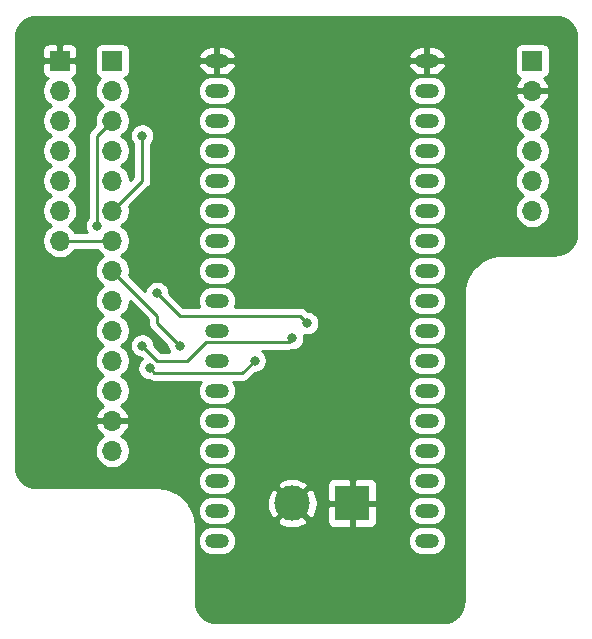
<source format=gbr>
G04 #@! TF.GenerationSoftware,KiCad,Pcbnew,(5.1.5)-2*
G04 #@! TF.CreationDate,2020-04-12T20:47:40+10:00*
G04 #@! TF.ProjectId,stm32-energymon,73746d33-322d-4656-9e65-7267796d6f6e,rev?*
G04 #@! TF.SameCoordinates,Original*
G04 #@! TF.FileFunction,Copper,L2,Bot*
G04 #@! TF.FilePolarity,Positive*
%FSLAX46Y46*%
G04 Gerber Fmt 4.6, Leading zero omitted, Abs format (unit mm)*
G04 Created by KiCad (PCBNEW (5.1.5)-2) date 2020-04-12 20:47:40*
%MOMM*%
%LPD*%
G04 APERTURE LIST*
%ADD10O,1.700000X1.700000*%
%ADD11R,1.700000X1.700000*%
%ADD12C,3.000000*%
%ADD13R,3.000000X3.000000*%
%ADD14O,2.000000X1.200000*%
%ADD15C,0.800000*%
%ADD16C,0.250000*%
%ADD17C,0.254000*%
G04 APERTURE END LIST*
D10*
X83820000Y-78105000D03*
X83820000Y-75565000D03*
X83820000Y-73025000D03*
X83820000Y-70485000D03*
X83820000Y-67945000D03*
X83820000Y-65405000D03*
D11*
X83820000Y-62865000D03*
D10*
X123825000Y-75565000D03*
X123825000Y-73025000D03*
X123825000Y-70485000D03*
X123825000Y-67945000D03*
X123825000Y-65405000D03*
D11*
X123825000Y-62865000D03*
D12*
X103505000Y-100330000D03*
D13*
X108585000Y-100330000D03*
D10*
X88265000Y-95885000D03*
X88265000Y-93345000D03*
X88265000Y-90805000D03*
X88265000Y-88265000D03*
X88265000Y-85725000D03*
X88265000Y-83185000D03*
X88265000Y-80645000D03*
X88265000Y-78105000D03*
X88265000Y-75565000D03*
X88265000Y-73025000D03*
X88265000Y-70485000D03*
X88265000Y-67945000D03*
X88265000Y-65405000D03*
D11*
X88265000Y-62865000D03*
D14*
X97130000Y-103505000D03*
X114910000Y-103505000D03*
X97130000Y-100965000D03*
X114910000Y-100965000D03*
X97130000Y-98425000D03*
X114910000Y-98425000D03*
X97130000Y-95885000D03*
X114910000Y-95885000D03*
X97130000Y-93345000D03*
X114910000Y-93345000D03*
X97130000Y-90805000D03*
X114910000Y-90805000D03*
X97130000Y-88265000D03*
X114910000Y-88265000D03*
X97130000Y-85725000D03*
X114910000Y-85725000D03*
X97130000Y-83185000D03*
X114910000Y-83185000D03*
X97130000Y-80645000D03*
X114910000Y-80645000D03*
X97130000Y-78105000D03*
X114910000Y-78105000D03*
X97130000Y-75565000D03*
X114910000Y-75565000D03*
X97130000Y-73025000D03*
X114910000Y-73025000D03*
X97130000Y-70485000D03*
X114910000Y-70485000D03*
X97130000Y-67945000D03*
X114910000Y-67945000D03*
X97130000Y-65405000D03*
X114910000Y-65405000D03*
X97130000Y-62865000D03*
X114910000Y-62865000D03*
D15*
X91440000Y-88900000D03*
X100330000Y-88265000D03*
X90805000Y-86995000D03*
X103505000Y-86360000D03*
X86995000Y-76835000D03*
X93980000Y-86995000D03*
X92075000Y-82550000D03*
X104775000Y-85090000D03*
X90805000Y-69215000D03*
D16*
X91839999Y-89299999D02*
X99295001Y-89299999D01*
X91440000Y-88900000D02*
X91839999Y-89299999D01*
X99295001Y-89299999D02*
X100330000Y-88265000D01*
X90805000Y-86995000D02*
X92075000Y-88265000D01*
X92075000Y-88265000D02*
X94615000Y-88265000D01*
X96229991Y-86650010D02*
X103214990Y-86650010D01*
X94615000Y-88265000D02*
X96229991Y-86650010D01*
X103214990Y-86650010D02*
X103505000Y-86360000D01*
X88265000Y-67945000D02*
X86995000Y-69215000D01*
X86995000Y-69215000D02*
X86995000Y-76835000D01*
X93980000Y-86995000D02*
X92075000Y-85090000D01*
X92075000Y-84455000D02*
X88265000Y-80645000D01*
X92075000Y-85090000D02*
X92075000Y-84455000D01*
X92075000Y-82550000D02*
X93980000Y-84455000D01*
X93980000Y-84455000D02*
X104140000Y-84455000D01*
X104140000Y-84455000D02*
X104775000Y-85090000D01*
X85022081Y-78105000D02*
X88265000Y-78105000D01*
X83820000Y-78105000D02*
X85022081Y-78105000D01*
X90805000Y-73025000D02*
X88265000Y-75565000D01*
X90805000Y-69215000D02*
X90805000Y-73025000D01*
D17*
G36*
X126084785Y-59168191D02*
G01*
X126426060Y-59271228D01*
X126740822Y-59438590D01*
X127017083Y-59663903D01*
X127244317Y-59938582D01*
X127413870Y-60252164D01*
X127519286Y-60592708D01*
X127560000Y-60980072D01*
X127560001Y-77435269D01*
X127521809Y-77824784D01*
X127418771Y-78166063D01*
X127251409Y-78480825D01*
X127026097Y-78757083D01*
X126751418Y-78984317D01*
X126437838Y-79153869D01*
X126097288Y-79259287D01*
X125709928Y-79300000D01*
X121250123Y-79300000D01*
X121218706Y-79303094D01*
X121202919Y-79302984D01*
X121193053Y-79303951D01*
X120700047Y-79355768D01*
X120636990Y-79368712D01*
X120573800Y-79380766D01*
X120564310Y-79383631D01*
X120090757Y-79530220D01*
X120031470Y-79555143D01*
X119971769Y-79579263D01*
X119963017Y-79583918D01*
X119526957Y-79819695D01*
X119473657Y-79855646D01*
X119419762Y-79890914D01*
X119412080Y-79897180D01*
X119030120Y-80213164D01*
X118984784Y-80258817D01*
X118938798Y-80303850D01*
X118932485Y-80311482D01*
X118932480Y-80311487D01*
X118932476Y-80311492D01*
X118619169Y-80695644D01*
X118583567Y-80749231D01*
X118547202Y-80802340D01*
X118542487Y-80811061D01*
X118309760Y-81248756D01*
X118285243Y-81308238D01*
X118259887Y-81367398D01*
X118256956Y-81376868D01*
X118113677Y-81851433D01*
X118101184Y-81914531D01*
X118087799Y-81977502D01*
X118086763Y-81987361D01*
X118038439Y-82480211D01*
X118035000Y-82515124D01*
X118035001Y-108550269D01*
X117996809Y-108939784D01*
X117893771Y-109281063D01*
X117726409Y-109595825D01*
X117501097Y-109872083D01*
X117226418Y-110099317D01*
X116912838Y-110268869D01*
X116572288Y-110374287D01*
X116184928Y-110415000D01*
X97189720Y-110415000D01*
X96800216Y-110376809D01*
X96458937Y-110273771D01*
X96144175Y-110106409D01*
X95867917Y-109881097D01*
X95640683Y-109606418D01*
X95471131Y-109292838D01*
X95365713Y-108952288D01*
X95325000Y-108564928D01*
X95325000Y-103505000D01*
X95489025Y-103505000D01*
X95512870Y-103747102D01*
X95583489Y-103979901D01*
X95698167Y-104194449D01*
X95852498Y-104382502D01*
X96040551Y-104536833D01*
X96255099Y-104651511D01*
X96487898Y-104722130D01*
X96669335Y-104740000D01*
X97590665Y-104740000D01*
X97772102Y-104722130D01*
X98004901Y-104651511D01*
X98219449Y-104536833D01*
X98407502Y-104382502D01*
X98561833Y-104194449D01*
X98676511Y-103979901D01*
X98747130Y-103747102D01*
X98770975Y-103505000D01*
X113269025Y-103505000D01*
X113292870Y-103747102D01*
X113363489Y-103979901D01*
X113478167Y-104194449D01*
X113632498Y-104382502D01*
X113820551Y-104536833D01*
X114035099Y-104651511D01*
X114267898Y-104722130D01*
X114449335Y-104740000D01*
X115370665Y-104740000D01*
X115552102Y-104722130D01*
X115784901Y-104651511D01*
X115999449Y-104536833D01*
X116187502Y-104382502D01*
X116341833Y-104194449D01*
X116456511Y-103979901D01*
X116527130Y-103747102D01*
X116550975Y-103505000D01*
X116527130Y-103262898D01*
X116456511Y-103030099D01*
X116341833Y-102815551D01*
X116187502Y-102627498D01*
X115999449Y-102473167D01*
X115784901Y-102358489D01*
X115552102Y-102287870D01*
X115370665Y-102270000D01*
X114449335Y-102270000D01*
X114267898Y-102287870D01*
X114035099Y-102358489D01*
X113820551Y-102473167D01*
X113632498Y-102627498D01*
X113478167Y-102815551D01*
X113363489Y-103030099D01*
X113292870Y-103262898D01*
X113269025Y-103505000D01*
X98770975Y-103505000D01*
X98747130Y-103262898D01*
X98676511Y-103030099D01*
X98561833Y-102815551D01*
X98407502Y-102627498D01*
X98219449Y-102473167D01*
X98004901Y-102358489D01*
X97772102Y-102287870D01*
X97590665Y-102270000D01*
X96669335Y-102270000D01*
X96487898Y-102287870D01*
X96255099Y-102358489D01*
X96040551Y-102473167D01*
X95852498Y-102627498D01*
X95698167Y-102815551D01*
X95583489Y-103030099D01*
X95512870Y-103262898D01*
X95489025Y-103505000D01*
X95325000Y-103505000D01*
X95325000Y-102200123D01*
X95321906Y-102168706D01*
X95322016Y-102152919D01*
X95321049Y-102143053D01*
X95269232Y-101650047D01*
X95256288Y-101586990D01*
X95244234Y-101523800D01*
X95241369Y-101514310D01*
X95094780Y-101040757D01*
X95069857Y-100981470D01*
X95063203Y-100965000D01*
X95489025Y-100965000D01*
X95512870Y-101207102D01*
X95583489Y-101439901D01*
X95698167Y-101654449D01*
X95852498Y-101842502D01*
X96040551Y-101996833D01*
X96255099Y-102111511D01*
X96487898Y-102182130D01*
X96669335Y-102200000D01*
X97590665Y-102200000D01*
X97772102Y-102182130D01*
X98004901Y-102111511D01*
X98219449Y-101996833D01*
X98407502Y-101842502D01*
X98424612Y-101821653D01*
X102192952Y-101821653D01*
X102348962Y-102137214D01*
X102723745Y-102328020D01*
X103128551Y-102442044D01*
X103547824Y-102474902D01*
X103965451Y-102425334D01*
X104365383Y-102295243D01*
X104661038Y-102137214D01*
X104812921Y-101830000D01*
X106446928Y-101830000D01*
X106459188Y-101954482D01*
X106495498Y-102074180D01*
X106554463Y-102184494D01*
X106633815Y-102281185D01*
X106730506Y-102360537D01*
X106840820Y-102419502D01*
X106960518Y-102455812D01*
X107085000Y-102468072D01*
X108299250Y-102465000D01*
X108458000Y-102306250D01*
X108458000Y-100457000D01*
X108712000Y-100457000D01*
X108712000Y-102306250D01*
X108870750Y-102465000D01*
X110085000Y-102468072D01*
X110209482Y-102455812D01*
X110329180Y-102419502D01*
X110439494Y-102360537D01*
X110536185Y-102281185D01*
X110615537Y-102184494D01*
X110674502Y-102074180D01*
X110710812Y-101954482D01*
X110723072Y-101830000D01*
X110720884Y-100965000D01*
X113269025Y-100965000D01*
X113292870Y-101207102D01*
X113363489Y-101439901D01*
X113478167Y-101654449D01*
X113632498Y-101842502D01*
X113820551Y-101996833D01*
X114035099Y-102111511D01*
X114267898Y-102182130D01*
X114449335Y-102200000D01*
X115370665Y-102200000D01*
X115552102Y-102182130D01*
X115784901Y-102111511D01*
X115999449Y-101996833D01*
X116187502Y-101842502D01*
X116341833Y-101654449D01*
X116456511Y-101439901D01*
X116527130Y-101207102D01*
X116550975Y-100965000D01*
X116527130Y-100722898D01*
X116456511Y-100490099D01*
X116341833Y-100275551D01*
X116187502Y-100087498D01*
X115999449Y-99933167D01*
X115784901Y-99818489D01*
X115552102Y-99747870D01*
X115370665Y-99730000D01*
X114449335Y-99730000D01*
X114267898Y-99747870D01*
X114035099Y-99818489D01*
X113820551Y-99933167D01*
X113632498Y-100087498D01*
X113478167Y-100275551D01*
X113363489Y-100490099D01*
X113292870Y-100722898D01*
X113269025Y-100965000D01*
X110720884Y-100965000D01*
X110720000Y-100615750D01*
X110561250Y-100457000D01*
X108712000Y-100457000D01*
X108458000Y-100457000D01*
X106608750Y-100457000D01*
X106450000Y-100615750D01*
X106446928Y-101830000D01*
X104812921Y-101830000D01*
X104817048Y-101821653D01*
X103505000Y-100509605D01*
X102192952Y-101821653D01*
X98424612Y-101821653D01*
X98561833Y-101654449D01*
X98676511Y-101439901D01*
X98747130Y-101207102D01*
X98770975Y-100965000D01*
X98747130Y-100722898D01*
X98676511Y-100490099D01*
X98613827Y-100372824D01*
X101360098Y-100372824D01*
X101409666Y-100790451D01*
X101539757Y-101190383D01*
X101697786Y-101486038D01*
X102013347Y-101642048D01*
X103325395Y-100330000D01*
X103684605Y-100330000D01*
X104996653Y-101642048D01*
X105312214Y-101486038D01*
X105503020Y-101111255D01*
X105617044Y-100706449D01*
X105649902Y-100287176D01*
X105600334Y-99869549D01*
X105470243Y-99469617D01*
X105312214Y-99173962D01*
X104996653Y-99017952D01*
X103684605Y-100330000D01*
X103325395Y-100330000D01*
X102013347Y-99017952D01*
X101697786Y-99173962D01*
X101506980Y-99548745D01*
X101392956Y-99953551D01*
X101360098Y-100372824D01*
X98613827Y-100372824D01*
X98561833Y-100275551D01*
X98407502Y-100087498D01*
X98219449Y-99933167D01*
X98004901Y-99818489D01*
X97772102Y-99747870D01*
X97590665Y-99730000D01*
X96669335Y-99730000D01*
X96487898Y-99747870D01*
X96255099Y-99818489D01*
X96040551Y-99933167D01*
X95852498Y-100087498D01*
X95698167Y-100275551D01*
X95583489Y-100490099D01*
X95512870Y-100722898D01*
X95489025Y-100965000D01*
X95063203Y-100965000D01*
X95045737Y-100921769D01*
X95041082Y-100913017D01*
X94805305Y-100476957D01*
X94769354Y-100423657D01*
X94734086Y-100369762D01*
X94727820Y-100362080D01*
X94411836Y-99980120D01*
X94366183Y-99934784D01*
X94321150Y-99888798D01*
X94313518Y-99882485D01*
X94313513Y-99882480D01*
X94313508Y-99882476D01*
X93929356Y-99569169D01*
X93875769Y-99533567D01*
X93822660Y-99497202D01*
X93813939Y-99492487D01*
X93376244Y-99259760D01*
X93316762Y-99235243D01*
X93257602Y-99209887D01*
X93248132Y-99206956D01*
X92773567Y-99063677D01*
X92710469Y-99051184D01*
X92647498Y-99037799D01*
X92637639Y-99036763D01*
X92145015Y-98988461D01*
X92109877Y-98985000D01*
X81949720Y-98985000D01*
X81560216Y-98946809D01*
X81218937Y-98843771D01*
X80904175Y-98676409D01*
X80627917Y-98451097D01*
X80606328Y-98425000D01*
X95489025Y-98425000D01*
X95512870Y-98667102D01*
X95583489Y-98899901D01*
X95698167Y-99114449D01*
X95852498Y-99302502D01*
X96040551Y-99456833D01*
X96255099Y-99571511D01*
X96487898Y-99642130D01*
X96669335Y-99660000D01*
X97590665Y-99660000D01*
X97772102Y-99642130D01*
X98004901Y-99571511D01*
X98219449Y-99456833D01*
X98407502Y-99302502D01*
X98561833Y-99114449D01*
X98676511Y-98899901D01*
X98695183Y-98838347D01*
X102192952Y-98838347D01*
X103505000Y-100150395D01*
X104817048Y-98838347D01*
X104812922Y-98830000D01*
X106446928Y-98830000D01*
X106450000Y-100044250D01*
X106608750Y-100203000D01*
X108458000Y-100203000D01*
X108458000Y-98353750D01*
X108712000Y-98353750D01*
X108712000Y-100203000D01*
X110561250Y-100203000D01*
X110720000Y-100044250D01*
X110723072Y-98830000D01*
X110710812Y-98705518D01*
X110674502Y-98585820D01*
X110615537Y-98475506D01*
X110574088Y-98425000D01*
X113269025Y-98425000D01*
X113292870Y-98667102D01*
X113363489Y-98899901D01*
X113478167Y-99114449D01*
X113632498Y-99302502D01*
X113820551Y-99456833D01*
X114035099Y-99571511D01*
X114267898Y-99642130D01*
X114449335Y-99660000D01*
X115370665Y-99660000D01*
X115552102Y-99642130D01*
X115784901Y-99571511D01*
X115999449Y-99456833D01*
X116187502Y-99302502D01*
X116341833Y-99114449D01*
X116456511Y-98899901D01*
X116527130Y-98667102D01*
X116550975Y-98425000D01*
X116527130Y-98182898D01*
X116456511Y-97950099D01*
X116341833Y-97735551D01*
X116187502Y-97547498D01*
X115999449Y-97393167D01*
X115784901Y-97278489D01*
X115552102Y-97207870D01*
X115370665Y-97190000D01*
X114449335Y-97190000D01*
X114267898Y-97207870D01*
X114035099Y-97278489D01*
X113820551Y-97393167D01*
X113632498Y-97547498D01*
X113478167Y-97735551D01*
X113363489Y-97950099D01*
X113292870Y-98182898D01*
X113269025Y-98425000D01*
X110574088Y-98425000D01*
X110536185Y-98378815D01*
X110439494Y-98299463D01*
X110329180Y-98240498D01*
X110209482Y-98204188D01*
X110085000Y-98191928D01*
X108870750Y-98195000D01*
X108712000Y-98353750D01*
X108458000Y-98353750D01*
X108299250Y-98195000D01*
X107085000Y-98191928D01*
X106960518Y-98204188D01*
X106840820Y-98240498D01*
X106730506Y-98299463D01*
X106633815Y-98378815D01*
X106554463Y-98475506D01*
X106495498Y-98585820D01*
X106459188Y-98705518D01*
X106446928Y-98830000D01*
X104812922Y-98830000D01*
X104661038Y-98522786D01*
X104286255Y-98331980D01*
X103881449Y-98217956D01*
X103462176Y-98185098D01*
X103044549Y-98234666D01*
X102644617Y-98364757D01*
X102348962Y-98522786D01*
X102192952Y-98838347D01*
X98695183Y-98838347D01*
X98747130Y-98667102D01*
X98770975Y-98425000D01*
X98747130Y-98182898D01*
X98676511Y-97950099D01*
X98561833Y-97735551D01*
X98407502Y-97547498D01*
X98219449Y-97393167D01*
X98004901Y-97278489D01*
X97772102Y-97207870D01*
X97590665Y-97190000D01*
X96669335Y-97190000D01*
X96487898Y-97207870D01*
X96255099Y-97278489D01*
X96040551Y-97393167D01*
X95852498Y-97547498D01*
X95698167Y-97735551D01*
X95583489Y-97950099D01*
X95512870Y-98182898D01*
X95489025Y-98425000D01*
X80606328Y-98425000D01*
X80400683Y-98176418D01*
X80231131Y-97862838D01*
X80125713Y-97522288D01*
X80085000Y-97134928D01*
X80085000Y-95738740D01*
X86780000Y-95738740D01*
X86780000Y-96031260D01*
X86837068Y-96318158D01*
X86949010Y-96588411D01*
X87111525Y-96831632D01*
X87318368Y-97038475D01*
X87561589Y-97200990D01*
X87831842Y-97312932D01*
X88118740Y-97370000D01*
X88411260Y-97370000D01*
X88698158Y-97312932D01*
X88968411Y-97200990D01*
X89211632Y-97038475D01*
X89418475Y-96831632D01*
X89580990Y-96588411D01*
X89692932Y-96318158D01*
X89750000Y-96031260D01*
X89750000Y-95885000D01*
X95489025Y-95885000D01*
X95512870Y-96127102D01*
X95583489Y-96359901D01*
X95698167Y-96574449D01*
X95852498Y-96762502D01*
X96040551Y-96916833D01*
X96255099Y-97031511D01*
X96487898Y-97102130D01*
X96669335Y-97120000D01*
X97590665Y-97120000D01*
X97772102Y-97102130D01*
X98004901Y-97031511D01*
X98219449Y-96916833D01*
X98407502Y-96762502D01*
X98561833Y-96574449D01*
X98676511Y-96359901D01*
X98747130Y-96127102D01*
X98770975Y-95885000D01*
X113269025Y-95885000D01*
X113292870Y-96127102D01*
X113363489Y-96359901D01*
X113478167Y-96574449D01*
X113632498Y-96762502D01*
X113820551Y-96916833D01*
X114035099Y-97031511D01*
X114267898Y-97102130D01*
X114449335Y-97120000D01*
X115370665Y-97120000D01*
X115552102Y-97102130D01*
X115784901Y-97031511D01*
X115999449Y-96916833D01*
X116187502Y-96762502D01*
X116341833Y-96574449D01*
X116456511Y-96359901D01*
X116527130Y-96127102D01*
X116550975Y-95885000D01*
X116527130Y-95642898D01*
X116456511Y-95410099D01*
X116341833Y-95195551D01*
X116187502Y-95007498D01*
X115999449Y-94853167D01*
X115784901Y-94738489D01*
X115552102Y-94667870D01*
X115370665Y-94650000D01*
X114449335Y-94650000D01*
X114267898Y-94667870D01*
X114035099Y-94738489D01*
X113820551Y-94853167D01*
X113632498Y-95007498D01*
X113478167Y-95195551D01*
X113363489Y-95410099D01*
X113292870Y-95642898D01*
X113269025Y-95885000D01*
X98770975Y-95885000D01*
X98747130Y-95642898D01*
X98676511Y-95410099D01*
X98561833Y-95195551D01*
X98407502Y-95007498D01*
X98219449Y-94853167D01*
X98004901Y-94738489D01*
X97772102Y-94667870D01*
X97590665Y-94650000D01*
X96669335Y-94650000D01*
X96487898Y-94667870D01*
X96255099Y-94738489D01*
X96040551Y-94853167D01*
X95852498Y-95007498D01*
X95698167Y-95195551D01*
X95583489Y-95410099D01*
X95512870Y-95642898D01*
X95489025Y-95885000D01*
X89750000Y-95885000D01*
X89750000Y-95738740D01*
X89692932Y-95451842D01*
X89580990Y-95181589D01*
X89418475Y-94938368D01*
X89211632Y-94731525D01*
X89029466Y-94609805D01*
X89146355Y-94540178D01*
X89362588Y-94345269D01*
X89536641Y-94111920D01*
X89661825Y-93849099D01*
X89706476Y-93701890D01*
X89585155Y-93472000D01*
X88392000Y-93472000D01*
X88392000Y-93492000D01*
X88138000Y-93492000D01*
X88138000Y-93472000D01*
X86944845Y-93472000D01*
X86823524Y-93701890D01*
X86868175Y-93849099D01*
X86993359Y-94111920D01*
X87167412Y-94345269D01*
X87383645Y-94540178D01*
X87500534Y-94609805D01*
X87318368Y-94731525D01*
X87111525Y-94938368D01*
X86949010Y-95181589D01*
X86837068Y-95451842D01*
X86780000Y-95738740D01*
X80085000Y-95738740D01*
X80085000Y-93345000D01*
X95489025Y-93345000D01*
X95512870Y-93587102D01*
X95583489Y-93819901D01*
X95698167Y-94034449D01*
X95852498Y-94222502D01*
X96040551Y-94376833D01*
X96255099Y-94491511D01*
X96487898Y-94562130D01*
X96669335Y-94580000D01*
X97590665Y-94580000D01*
X97772102Y-94562130D01*
X98004901Y-94491511D01*
X98219449Y-94376833D01*
X98407502Y-94222502D01*
X98561833Y-94034449D01*
X98676511Y-93819901D01*
X98747130Y-93587102D01*
X98770975Y-93345000D01*
X113269025Y-93345000D01*
X113292870Y-93587102D01*
X113363489Y-93819901D01*
X113478167Y-94034449D01*
X113632498Y-94222502D01*
X113820551Y-94376833D01*
X114035099Y-94491511D01*
X114267898Y-94562130D01*
X114449335Y-94580000D01*
X115370665Y-94580000D01*
X115552102Y-94562130D01*
X115784901Y-94491511D01*
X115999449Y-94376833D01*
X116187502Y-94222502D01*
X116341833Y-94034449D01*
X116456511Y-93819901D01*
X116527130Y-93587102D01*
X116550975Y-93345000D01*
X116527130Y-93102898D01*
X116456511Y-92870099D01*
X116341833Y-92655551D01*
X116187502Y-92467498D01*
X115999449Y-92313167D01*
X115784901Y-92198489D01*
X115552102Y-92127870D01*
X115370665Y-92110000D01*
X114449335Y-92110000D01*
X114267898Y-92127870D01*
X114035099Y-92198489D01*
X113820551Y-92313167D01*
X113632498Y-92467498D01*
X113478167Y-92655551D01*
X113363489Y-92870099D01*
X113292870Y-93102898D01*
X113269025Y-93345000D01*
X98770975Y-93345000D01*
X98747130Y-93102898D01*
X98676511Y-92870099D01*
X98561833Y-92655551D01*
X98407502Y-92467498D01*
X98219449Y-92313167D01*
X98004901Y-92198489D01*
X97772102Y-92127870D01*
X97590665Y-92110000D01*
X96669335Y-92110000D01*
X96487898Y-92127870D01*
X96255099Y-92198489D01*
X96040551Y-92313167D01*
X95852498Y-92467498D01*
X95698167Y-92655551D01*
X95583489Y-92870099D01*
X95512870Y-93102898D01*
X95489025Y-93345000D01*
X80085000Y-93345000D01*
X80085000Y-63715000D01*
X82331928Y-63715000D01*
X82344188Y-63839482D01*
X82380498Y-63959180D01*
X82439463Y-64069494D01*
X82518815Y-64166185D01*
X82615506Y-64245537D01*
X82725820Y-64304502D01*
X82798380Y-64326513D01*
X82666525Y-64458368D01*
X82504010Y-64701589D01*
X82392068Y-64971842D01*
X82335000Y-65258740D01*
X82335000Y-65551260D01*
X82392068Y-65838158D01*
X82504010Y-66108411D01*
X82666525Y-66351632D01*
X82873368Y-66558475D01*
X83047760Y-66675000D01*
X82873368Y-66791525D01*
X82666525Y-66998368D01*
X82504010Y-67241589D01*
X82392068Y-67511842D01*
X82335000Y-67798740D01*
X82335000Y-68091260D01*
X82392068Y-68378158D01*
X82504010Y-68648411D01*
X82666525Y-68891632D01*
X82873368Y-69098475D01*
X83047760Y-69215000D01*
X82873368Y-69331525D01*
X82666525Y-69538368D01*
X82504010Y-69781589D01*
X82392068Y-70051842D01*
X82335000Y-70338740D01*
X82335000Y-70631260D01*
X82392068Y-70918158D01*
X82504010Y-71188411D01*
X82666525Y-71431632D01*
X82873368Y-71638475D01*
X83047760Y-71755000D01*
X82873368Y-71871525D01*
X82666525Y-72078368D01*
X82504010Y-72321589D01*
X82392068Y-72591842D01*
X82335000Y-72878740D01*
X82335000Y-73171260D01*
X82392068Y-73458158D01*
X82504010Y-73728411D01*
X82666525Y-73971632D01*
X82873368Y-74178475D01*
X83047760Y-74295000D01*
X82873368Y-74411525D01*
X82666525Y-74618368D01*
X82504010Y-74861589D01*
X82392068Y-75131842D01*
X82335000Y-75418740D01*
X82335000Y-75711260D01*
X82392068Y-75998158D01*
X82504010Y-76268411D01*
X82666525Y-76511632D01*
X82873368Y-76718475D01*
X83047760Y-76835000D01*
X82873368Y-76951525D01*
X82666525Y-77158368D01*
X82504010Y-77401589D01*
X82392068Y-77671842D01*
X82335000Y-77958740D01*
X82335000Y-78251260D01*
X82392068Y-78538158D01*
X82504010Y-78808411D01*
X82666525Y-79051632D01*
X82873368Y-79258475D01*
X83116589Y-79420990D01*
X83386842Y-79532932D01*
X83673740Y-79590000D01*
X83966260Y-79590000D01*
X84253158Y-79532932D01*
X84523411Y-79420990D01*
X84766632Y-79258475D01*
X84973475Y-79051632D01*
X85098178Y-78865000D01*
X86986822Y-78865000D01*
X87111525Y-79051632D01*
X87318368Y-79258475D01*
X87492760Y-79375000D01*
X87318368Y-79491525D01*
X87111525Y-79698368D01*
X86949010Y-79941589D01*
X86837068Y-80211842D01*
X86780000Y-80498740D01*
X86780000Y-80791260D01*
X86837068Y-81078158D01*
X86949010Y-81348411D01*
X87111525Y-81591632D01*
X87318368Y-81798475D01*
X87492760Y-81915000D01*
X87318368Y-82031525D01*
X87111525Y-82238368D01*
X86949010Y-82481589D01*
X86837068Y-82751842D01*
X86780000Y-83038740D01*
X86780000Y-83331260D01*
X86837068Y-83618158D01*
X86949010Y-83888411D01*
X87111525Y-84131632D01*
X87318368Y-84338475D01*
X87492760Y-84455000D01*
X87318368Y-84571525D01*
X87111525Y-84778368D01*
X86949010Y-85021589D01*
X86837068Y-85291842D01*
X86780000Y-85578740D01*
X86780000Y-85871260D01*
X86837068Y-86158158D01*
X86949010Y-86428411D01*
X87111525Y-86671632D01*
X87318368Y-86878475D01*
X87492760Y-86995000D01*
X87318368Y-87111525D01*
X87111525Y-87318368D01*
X86949010Y-87561589D01*
X86837068Y-87831842D01*
X86780000Y-88118740D01*
X86780000Y-88411260D01*
X86837068Y-88698158D01*
X86949010Y-88968411D01*
X87111525Y-89211632D01*
X87318368Y-89418475D01*
X87492760Y-89535000D01*
X87318368Y-89651525D01*
X87111525Y-89858368D01*
X86949010Y-90101589D01*
X86837068Y-90371842D01*
X86780000Y-90658740D01*
X86780000Y-90951260D01*
X86837068Y-91238158D01*
X86949010Y-91508411D01*
X87111525Y-91751632D01*
X87318368Y-91958475D01*
X87500534Y-92080195D01*
X87383645Y-92149822D01*
X87167412Y-92344731D01*
X86993359Y-92578080D01*
X86868175Y-92840901D01*
X86823524Y-92988110D01*
X86944845Y-93218000D01*
X88138000Y-93218000D01*
X88138000Y-93198000D01*
X88392000Y-93198000D01*
X88392000Y-93218000D01*
X89585155Y-93218000D01*
X89706476Y-92988110D01*
X89661825Y-92840901D01*
X89536641Y-92578080D01*
X89362588Y-92344731D01*
X89146355Y-92149822D01*
X89029466Y-92080195D01*
X89211632Y-91958475D01*
X89418475Y-91751632D01*
X89580990Y-91508411D01*
X89692932Y-91238158D01*
X89750000Y-90951260D01*
X89750000Y-90658740D01*
X89692932Y-90371842D01*
X89580990Y-90101589D01*
X89418475Y-89858368D01*
X89211632Y-89651525D01*
X89037240Y-89535000D01*
X89211632Y-89418475D01*
X89418475Y-89211632D01*
X89580990Y-88968411D01*
X89692932Y-88698158D01*
X89750000Y-88411260D01*
X89750000Y-88118740D01*
X89692932Y-87831842D01*
X89580990Y-87561589D01*
X89418475Y-87318368D01*
X89211632Y-87111525D01*
X89037240Y-86995000D01*
X89211632Y-86878475D01*
X89418475Y-86671632D01*
X89580990Y-86428411D01*
X89692932Y-86158158D01*
X89750000Y-85871260D01*
X89750000Y-85578740D01*
X89692932Y-85291842D01*
X89580990Y-85021589D01*
X89418475Y-84778368D01*
X89211632Y-84571525D01*
X89037240Y-84455000D01*
X89211632Y-84338475D01*
X89418475Y-84131632D01*
X89580990Y-83888411D01*
X89692932Y-83618158D01*
X89750000Y-83331260D01*
X89750000Y-83204802D01*
X91315000Y-84769802D01*
X91315000Y-85052678D01*
X91311324Y-85090000D01*
X91315000Y-85127322D01*
X91315000Y-85127332D01*
X91325997Y-85238985D01*
X91342031Y-85291842D01*
X91369454Y-85382246D01*
X91440026Y-85514276D01*
X91474320Y-85556063D01*
X91534999Y-85630001D01*
X91564003Y-85653804D01*
X92945000Y-87034802D01*
X92945000Y-87096939D01*
X92984774Y-87296898D01*
X93062795Y-87485256D01*
X93075987Y-87505000D01*
X92389802Y-87505000D01*
X91840000Y-86955199D01*
X91840000Y-86893061D01*
X91800226Y-86693102D01*
X91722205Y-86504744D01*
X91608937Y-86335226D01*
X91464774Y-86191063D01*
X91295256Y-86077795D01*
X91106898Y-85999774D01*
X90906939Y-85960000D01*
X90703061Y-85960000D01*
X90503102Y-85999774D01*
X90314744Y-86077795D01*
X90145226Y-86191063D01*
X90001063Y-86335226D01*
X89887795Y-86504744D01*
X89809774Y-86693102D01*
X89770000Y-86893061D01*
X89770000Y-87096939D01*
X89809774Y-87296898D01*
X89887795Y-87485256D01*
X90001063Y-87654774D01*
X90145226Y-87798937D01*
X90314744Y-87912205D01*
X90503102Y-87990226D01*
X90703061Y-88030000D01*
X90765199Y-88030000D01*
X90810820Y-88075621D01*
X90780226Y-88096063D01*
X90636063Y-88240226D01*
X90522795Y-88409744D01*
X90444774Y-88598102D01*
X90405000Y-88798061D01*
X90405000Y-89001939D01*
X90444774Y-89201898D01*
X90522795Y-89390256D01*
X90636063Y-89559774D01*
X90780226Y-89703937D01*
X90949744Y-89817205D01*
X91138102Y-89895226D01*
X91338061Y-89935000D01*
X91415774Y-89935000D01*
X91547752Y-90005545D01*
X91691013Y-90049002D01*
X91802666Y-90059999D01*
X91802676Y-90059999D01*
X91839998Y-90063675D01*
X91877321Y-90059999D01*
X95743757Y-90059999D01*
X95698167Y-90115551D01*
X95583489Y-90330099D01*
X95512870Y-90562898D01*
X95489025Y-90805000D01*
X95512870Y-91047102D01*
X95583489Y-91279901D01*
X95698167Y-91494449D01*
X95852498Y-91682502D01*
X96040551Y-91836833D01*
X96255099Y-91951511D01*
X96487898Y-92022130D01*
X96669335Y-92040000D01*
X97590665Y-92040000D01*
X97772102Y-92022130D01*
X98004901Y-91951511D01*
X98219449Y-91836833D01*
X98407502Y-91682502D01*
X98561833Y-91494449D01*
X98676511Y-91279901D01*
X98747130Y-91047102D01*
X98770975Y-90805000D01*
X113269025Y-90805000D01*
X113292870Y-91047102D01*
X113363489Y-91279901D01*
X113478167Y-91494449D01*
X113632498Y-91682502D01*
X113820551Y-91836833D01*
X114035099Y-91951511D01*
X114267898Y-92022130D01*
X114449335Y-92040000D01*
X115370665Y-92040000D01*
X115552102Y-92022130D01*
X115784901Y-91951511D01*
X115999449Y-91836833D01*
X116187502Y-91682502D01*
X116341833Y-91494449D01*
X116456511Y-91279901D01*
X116527130Y-91047102D01*
X116550975Y-90805000D01*
X116527130Y-90562898D01*
X116456511Y-90330099D01*
X116341833Y-90115551D01*
X116187502Y-89927498D01*
X115999449Y-89773167D01*
X115784901Y-89658489D01*
X115552102Y-89587870D01*
X115370665Y-89570000D01*
X114449335Y-89570000D01*
X114267898Y-89587870D01*
X114035099Y-89658489D01*
X113820551Y-89773167D01*
X113632498Y-89927498D01*
X113478167Y-90115551D01*
X113363489Y-90330099D01*
X113292870Y-90562898D01*
X113269025Y-90805000D01*
X98770975Y-90805000D01*
X98747130Y-90562898D01*
X98676511Y-90330099D01*
X98561833Y-90115551D01*
X98516243Y-90059999D01*
X99257679Y-90059999D01*
X99295001Y-90063675D01*
X99332323Y-90059999D01*
X99332334Y-90059999D01*
X99443987Y-90049002D01*
X99587248Y-90005545D01*
X99719277Y-89934973D01*
X99835002Y-89840000D01*
X99858805Y-89810997D01*
X100369802Y-89300000D01*
X100431939Y-89300000D01*
X100631898Y-89260226D01*
X100820256Y-89182205D01*
X100989774Y-89068937D01*
X101133937Y-88924774D01*
X101247205Y-88755256D01*
X101325226Y-88566898D01*
X101365000Y-88366939D01*
X101365000Y-88265000D01*
X113269025Y-88265000D01*
X113292870Y-88507102D01*
X113363489Y-88739901D01*
X113478167Y-88954449D01*
X113632498Y-89142502D01*
X113820551Y-89296833D01*
X114035099Y-89411511D01*
X114267898Y-89482130D01*
X114449335Y-89500000D01*
X115370665Y-89500000D01*
X115552102Y-89482130D01*
X115784901Y-89411511D01*
X115999449Y-89296833D01*
X116187502Y-89142502D01*
X116341833Y-88954449D01*
X116456511Y-88739901D01*
X116527130Y-88507102D01*
X116550975Y-88265000D01*
X116527130Y-88022898D01*
X116456511Y-87790099D01*
X116341833Y-87575551D01*
X116187502Y-87387498D01*
X115999449Y-87233167D01*
X115784901Y-87118489D01*
X115552102Y-87047870D01*
X115370665Y-87030000D01*
X114449335Y-87030000D01*
X114267898Y-87047870D01*
X114035099Y-87118489D01*
X113820551Y-87233167D01*
X113632498Y-87387498D01*
X113478167Y-87575551D01*
X113363489Y-87790099D01*
X113292870Y-88022898D01*
X113269025Y-88265000D01*
X101365000Y-88265000D01*
X101365000Y-88163061D01*
X101325226Y-87963102D01*
X101247205Y-87774744D01*
X101133937Y-87605226D01*
X100989774Y-87461063D01*
X100913368Y-87410010D01*
X103177668Y-87410010D01*
X103214990Y-87413686D01*
X103252312Y-87410010D01*
X103252323Y-87410010D01*
X103363976Y-87399013D01*
X103387445Y-87391894D01*
X103403061Y-87395000D01*
X103606939Y-87395000D01*
X103806898Y-87355226D01*
X103995256Y-87277205D01*
X104164774Y-87163937D01*
X104308937Y-87019774D01*
X104422205Y-86850256D01*
X104500226Y-86661898D01*
X104540000Y-86461939D01*
X104540000Y-86258061D01*
X104506961Y-86091961D01*
X104673061Y-86125000D01*
X104876939Y-86125000D01*
X105076898Y-86085226D01*
X105265256Y-86007205D01*
X105434774Y-85893937D01*
X105578937Y-85749774D01*
X105595490Y-85725000D01*
X113269025Y-85725000D01*
X113292870Y-85967102D01*
X113363489Y-86199901D01*
X113478167Y-86414449D01*
X113632498Y-86602502D01*
X113820551Y-86756833D01*
X114035099Y-86871511D01*
X114267898Y-86942130D01*
X114449335Y-86960000D01*
X115370665Y-86960000D01*
X115552102Y-86942130D01*
X115784901Y-86871511D01*
X115999449Y-86756833D01*
X116187502Y-86602502D01*
X116341833Y-86414449D01*
X116456511Y-86199901D01*
X116527130Y-85967102D01*
X116550975Y-85725000D01*
X116527130Y-85482898D01*
X116456511Y-85250099D01*
X116341833Y-85035551D01*
X116187502Y-84847498D01*
X115999449Y-84693167D01*
X115784901Y-84578489D01*
X115552102Y-84507870D01*
X115370665Y-84490000D01*
X114449335Y-84490000D01*
X114267898Y-84507870D01*
X114035099Y-84578489D01*
X113820551Y-84693167D01*
X113632498Y-84847498D01*
X113478167Y-85035551D01*
X113363489Y-85250099D01*
X113292870Y-85482898D01*
X113269025Y-85725000D01*
X105595490Y-85725000D01*
X105692205Y-85580256D01*
X105770226Y-85391898D01*
X105810000Y-85191939D01*
X105810000Y-84988061D01*
X105770226Y-84788102D01*
X105692205Y-84599744D01*
X105578937Y-84430226D01*
X105434774Y-84286063D01*
X105265256Y-84172795D01*
X105076898Y-84094774D01*
X104876939Y-84055000D01*
X104814801Y-84055000D01*
X104703803Y-83944002D01*
X104680001Y-83914999D01*
X104564276Y-83820026D01*
X104432247Y-83749454D01*
X104288986Y-83705997D01*
X104177333Y-83695000D01*
X104177322Y-83695000D01*
X104140000Y-83691324D01*
X104102678Y-83695000D01*
X98657750Y-83695000D01*
X98676511Y-83659901D01*
X98747130Y-83427102D01*
X98770975Y-83185000D01*
X113269025Y-83185000D01*
X113292870Y-83427102D01*
X113363489Y-83659901D01*
X113478167Y-83874449D01*
X113632498Y-84062502D01*
X113820551Y-84216833D01*
X114035099Y-84331511D01*
X114267898Y-84402130D01*
X114449335Y-84420000D01*
X115370665Y-84420000D01*
X115552102Y-84402130D01*
X115784901Y-84331511D01*
X115999449Y-84216833D01*
X116187502Y-84062502D01*
X116341833Y-83874449D01*
X116456511Y-83659901D01*
X116527130Y-83427102D01*
X116550975Y-83185000D01*
X116527130Y-82942898D01*
X116456511Y-82710099D01*
X116341833Y-82495551D01*
X116187502Y-82307498D01*
X115999449Y-82153167D01*
X115784901Y-82038489D01*
X115552102Y-81967870D01*
X115370665Y-81950000D01*
X114449335Y-81950000D01*
X114267898Y-81967870D01*
X114035099Y-82038489D01*
X113820551Y-82153167D01*
X113632498Y-82307498D01*
X113478167Y-82495551D01*
X113363489Y-82710099D01*
X113292870Y-82942898D01*
X113269025Y-83185000D01*
X98770975Y-83185000D01*
X98747130Y-82942898D01*
X98676511Y-82710099D01*
X98561833Y-82495551D01*
X98407502Y-82307498D01*
X98219449Y-82153167D01*
X98004901Y-82038489D01*
X97772102Y-81967870D01*
X97590665Y-81950000D01*
X96669335Y-81950000D01*
X96487898Y-81967870D01*
X96255099Y-82038489D01*
X96040551Y-82153167D01*
X95852498Y-82307498D01*
X95698167Y-82495551D01*
X95583489Y-82710099D01*
X95512870Y-82942898D01*
X95489025Y-83185000D01*
X95512870Y-83427102D01*
X95583489Y-83659901D01*
X95602250Y-83695000D01*
X94294802Y-83695000D01*
X93110000Y-82510199D01*
X93110000Y-82448061D01*
X93070226Y-82248102D01*
X92992205Y-82059744D01*
X92878937Y-81890226D01*
X92734774Y-81746063D01*
X92565256Y-81632795D01*
X92376898Y-81554774D01*
X92176939Y-81515000D01*
X91973061Y-81515000D01*
X91773102Y-81554774D01*
X91584744Y-81632795D01*
X91415226Y-81746063D01*
X91271063Y-81890226D01*
X91157795Y-82059744D01*
X91079774Y-82248102D01*
X91057066Y-82362264D01*
X89706209Y-81011408D01*
X89750000Y-80791260D01*
X89750000Y-80645000D01*
X95489025Y-80645000D01*
X95512870Y-80887102D01*
X95583489Y-81119901D01*
X95698167Y-81334449D01*
X95852498Y-81522502D01*
X96040551Y-81676833D01*
X96255099Y-81791511D01*
X96487898Y-81862130D01*
X96669335Y-81880000D01*
X97590665Y-81880000D01*
X97772102Y-81862130D01*
X98004901Y-81791511D01*
X98219449Y-81676833D01*
X98407502Y-81522502D01*
X98561833Y-81334449D01*
X98676511Y-81119901D01*
X98747130Y-80887102D01*
X98770975Y-80645000D01*
X113269025Y-80645000D01*
X113292870Y-80887102D01*
X113363489Y-81119901D01*
X113478167Y-81334449D01*
X113632498Y-81522502D01*
X113820551Y-81676833D01*
X114035099Y-81791511D01*
X114267898Y-81862130D01*
X114449335Y-81880000D01*
X115370665Y-81880000D01*
X115552102Y-81862130D01*
X115784901Y-81791511D01*
X115999449Y-81676833D01*
X116187502Y-81522502D01*
X116341833Y-81334449D01*
X116456511Y-81119901D01*
X116527130Y-80887102D01*
X116550975Y-80645000D01*
X116527130Y-80402898D01*
X116456511Y-80170099D01*
X116341833Y-79955551D01*
X116187502Y-79767498D01*
X115999449Y-79613167D01*
X115784901Y-79498489D01*
X115552102Y-79427870D01*
X115370665Y-79410000D01*
X114449335Y-79410000D01*
X114267898Y-79427870D01*
X114035099Y-79498489D01*
X113820551Y-79613167D01*
X113632498Y-79767498D01*
X113478167Y-79955551D01*
X113363489Y-80170099D01*
X113292870Y-80402898D01*
X113269025Y-80645000D01*
X98770975Y-80645000D01*
X98747130Y-80402898D01*
X98676511Y-80170099D01*
X98561833Y-79955551D01*
X98407502Y-79767498D01*
X98219449Y-79613167D01*
X98004901Y-79498489D01*
X97772102Y-79427870D01*
X97590665Y-79410000D01*
X96669335Y-79410000D01*
X96487898Y-79427870D01*
X96255099Y-79498489D01*
X96040551Y-79613167D01*
X95852498Y-79767498D01*
X95698167Y-79955551D01*
X95583489Y-80170099D01*
X95512870Y-80402898D01*
X95489025Y-80645000D01*
X89750000Y-80645000D01*
X89750000Y-80498740D01*
X89692932Y-80211842D01*
X89580990Y-79941589D01*
X89418475Y-79698368D01*
X89211632Y-79491525D01*
X89037240Y-79375000D01*
X89211632Y-79258475D01*
X89418475Y-79051632D01*
X89580990Y-78808411D01*
X89692932Y-78538158D01*
X89750000Y-78251260D01*
X89750000Y-78105000D01*
X95489025Y-78105000D01*
X95512870Y-78347102D01*
X95583489Y-78579901D01*
X95698167Y-78794449D01*
X95852498Y-78982502D01*
X96040551Y-79136833D01*
X96255099Y-79251511D01*
X96487898Y-79322130D01*
X96669335Y-79340000D01*
X97590665Y-79340000D01*
X97772102Y-79322130D01*
X98004901Y-79251511D01*
X98219449Y-79136833D01*
X98407502Y-78982502D01*
X98561833Y-78794449D01*
X98676511Y-78579901D01*
X98747130Y-78347102D01*
X98770975Y-78105000D01*
X113269025Y-78105000D01*
X113292870Y-78347102D01*
X113363489Y-78579901D01*
X113478167Y-78794449D01*
X113632498Y-78982502D01*
X113820551Y-79136833D01*
X114035099Y-79251511D01*
X114267898Y-79322130D01*
X114449335Y-79340000D01*
X115370665Y-79340000D01*
X115552102Y-79322130D01*
X115784901Y-79251511D01*
X115999449Y-79136833D01*
X116187502Y-78982502D01*
X116341833Y-78794449D01*
X116456511Y-78579901D01*
X116527130Y-78347102D01*
X116550975Y-78105000D01*
X116527130Y-77862898D01*
X116456511Y-77630099D01*
X116341833Y-77415551D01*
X116187502Y-77227498D01*
X115999449Y-77073167D01*
X115784901Y-76958489D01*
X115552102Y-76887870D01*
X115370665Y-76870000D01*
X114449335Y-76870000D01*
X114267898Y-76887870D01*
X114035099Y-76958489D01*
X113820551Y-77073167D01*
X113632498Y-77227498D01*
X113478167Y-77415551D01*
X113363489Y-77630099D01*
X113292870Y-77862898D01*
X113269025Y-78105000D01*
X98770975Y-78105000D01*
X98747130Y-77862898D01*
X98676511Y-77630099D01*
X98561833Y-77415551D01*
X98407502Y-77227498D01*
X98219449Y-77073167D01*
X98004901Y-76958489D01*
X97772102Y-76887870D01*
X97590665Y-76870000D01*
X96669335Y-76870000D01*
X96487898Y-76887870D01*
X96255099Y-76958489D01*
X96040551Y-77073167D01*
X95852498Y-77227498D01*
X95698167Y-77415551D01*
X95583489Y-77630099D01*
X95512870Y-77862898D01*
X95489025Y-78105000D01*
X89750000Y-78105000D01*
X89750000Y-77958740D01*
X89692932Y-77671842D01*
X89580990Y-77401589D01*
X89418475Y-77158368D01*
X89211632Y-76951525D01*
X89037240Y-76835000D01*
X89211632Y-76718475D01*
X89418475Y-76511632D01*
X89580990Y-76268411D01*
X89692932Y-75998158D01*
X89750000Y-75711260D01*
X89750000Y-75565000D01*
X95489025Y-75565000D01*
X95512870Y-75807102D01*
X95583489Y-76039901D01*
X95698167Y-76254449D01*
X95852498Y-76442502D01*
X96040551Y-76596833D01*
X96255099Y-76711511D01*
X96487898Y-76782130D01*
X96669335Y-76800000D01*
X97590665Y-76800000D01*
X97772102Y-76782130D01*
X98004901Y-76711511D01*
X98219449Y-76596833D01*
X98407502Y-76442502D01*
X98561833Y-76254449D01*
X98676511Y-76039901D01*
X98747130Y-75807102D01*
X98770975Y-75565000D01*
X113269025Y-75565000D01*
X113292870Y-75807102D01*
X113363489Y-76039901D01*
X113478167Y-76254449D01*
X113632498Y-76442502D01*
X113820551Y-76596833D01*
X114035099Y-76711511D01*
X114267898Y-76782130D01*
X114449335Y-76800000D01*
X115370665Y-76800000D01*
X115552102Y-76782130D01*
X115784901Y-76711511D01*
X115999449Y-76596833D01*
X116187502Y-76442502D01*
X116341833Y-76254449D01*
X116456511Y-76039901D01*
X116527130Y-75807102D01*
X116550975Y-75565000D01*
X116527130Y-75322898D01*
X116456511Y-75090099D01*
X116341833Y-74875551D01*
X116187502Y-74687498D01*
X115999449Y-74533167D01*
X115784901Y-74418489D01*
X115552102Y-74347870D01*
X115370665Y-74330000D01*
X114449335Y-74330000D01*
X114267898Y-74347870D01*
X114035099Y-74418489D01*
X113820551Y-74533167D01*
X113632498Y-74687498D01*
X113478167Y-74875551D01*
X113363489Y-75090099D01*
X113292870Y-75322898D01*
X113269025Y-75565000D01*
X98770975Y-75565000D01*
X98747130Y-75322898D01*
X98676511Y-75090099D01*
X98561833Y-74875551D01*
X98407502Y-74687498D01*
X98219449Y-74533167D01*
X98004901Y-74418489D01*
X97772102Y-74347870D01*
X97590665Y-74330000D01*
X96669335Y-74330000D01*
X96487898Y-74347870D01*
X96255099Y-74418489D01*
X96040551Y-74533167D01*
X95852498Y-74687498D01*
X95698167Y-74875551D01*
X95583489Y-75090099D01*
X95512870Y-75322898D01*
X95489025Y-75565000D01*
X89750000Y-75565000D01*
X89750000Y-75418740D01*
X89706210Y-75198592D01*
X91316008Y-73588795D01*
X91345001Y-73565001D01*
X91368795Y-73536008D01*
X91368799Y-73536004D01*
X91439973Y-73449277D01*
X91439974Y-73449276D01*
X91510546Y-73317247D01*
X91554003Y-73173986D01*
X91565000Y-73062333D01*
X91565000Y-73062324D01*
X91568676Y-73025001D01*
X91568676Y-73025000D01*
X95489025Y-73025000D01*
X95512870Y-73267102D01*
X95583489Y-73499901D01*
X95698167Y-73714449D01*
X95852498Y-73902502D01*
X96040551Y-74056833D01*
X96255099Y-74171511D01*
X96487898Y-74242130D01*
X96669335Y-74260000D01*
X97590665Y-74260000D01*
X97772102Y-74242130D01*
X98004901Y-74171511D01*
X98219449Y-74056833D01*
X98407502Y-73902502D01*
X98561833Y-73714449D01*
X98676511Y-73499901D01*
X98747130Y-73267102D01*
X98770975Y-73025000D01*
X113269025Y-73025000D01*
X113292870Y-73267102D01*
X113363489Y-73499901D01*
X113478167Y-73714449D01*
X113632498Y-73902502D01*
X113820551Y-74056833D01*
X114035099Y-74171511D01*
X114267898Y-74242130D01*
X114449335Y-74260000D01*
X115370665Y-74260000D01*
X115552102Y-74242130D01*
X115784901Y-74171511D01*
X115999449Y-74056833D01*
X116187502Y-73902502D01*
X116341833Y-73714449D01*
X116456511Y-73499901D01*
X116527130Y-73267102D01*
X116550975Y-73025000D01*
X116527130Y-72782898D01*
X116456511Y-72550099D01*
X116341833Y-72335551D01*
X116187502Y-72147498D01*
X115999449Y-71993167D01*
X115784901Y-71878489D01*
X115552102Y-71807870D01*
X115370665Y-71790000D01*
X114449335Y-71790000D01*
X114267898Y-71807870D01*
X114035099Y-71878489D01*
X113820551Y-71993167D01*
X113632498Y-72147498D01*
X113478167Y-72335551D01*
X113363489Y-72550099D01*
X113292870Y-72782898D01*
X113269025Y-73025000D01*
X98770975Y-73025000D01*
X98747130Y-72782898D01*
X98676511Y-72550099D01*
X98561833Y-72335551D01*
X98407502Y-72147498D01*
X98219449Y-71993167D01*
X98004901Y-71878489D01*
X97772102Y-71807870D01*
X97590665Y-71790000D01*
X96669335Y-71790000D01*
X96487898Y-71807870D01*
X96255099Y-71878489D01*
X96040551Y-71993167D01*
X95852498Y-72147498D01*
X95698167Y-72335551D01*
X95583489Y-72550099D01*
X95512870Y-72782898D01*
X95489025Y-73025000D01*
X91568676Y-73025000D01*
X91565000Y-72987678D01*
X91565000Y-70485000D01*
X95489025Y-70485000D01*
X95512870Y-70727102D01*
X95583489Y-70959901D01*
X95698167Y-71174449D01*
X95852498Y-71362502D01*
X96040551Y-71516833D01*
X96255099Y-71631511D01*
X96487898Y-71702130D01*
X96669335Y-71720000D01*
X97590665Y-71720000D01*
X97772102Y-71702130D01*
X98004901Y-71631511D01*
X98219449Y-71516833D01*
X98407502Y-71362502D01*
X98561833Y-71174449D01*
X98676511Y-70959901D01*
X98747130Y-70727102D01*
X98770975Y-70485000D01*
X113269025Y-70485000D01*
X113292870Y-70727102D01*
X113363489Y-70959901D01*
X113478167Y-71174449D01*
X113632498Y-71362502D01*
X113820551Y-71516833D01*
X114035099Y-71631511D01*
X114267898Y-71702130D01*
X114449335Y-71720000D01*
X115370665Y-71720000D01*
X115552102Y-71702130D01*
X115784901Y-71631511D01*
X115999449Y-71516833D01*
X116187502Y-71362502D01*
X116341833Y-71174449D01*
X116456511Y-70959901D01*
X116527130Y-70727102D01*
X116550975Y-70485000D01*
X116527130Y-70242898D01*
X116456511Y-70010099D01*
X116341833Y-69795551D01*
X116187502Y-69607498D01*
X115999449Y-69453167D01*
X115784901Y-69338489D01*
X115552102Y-69267870D01*
X115370665Y-69250000D01*
X114449335Y-69250000D01*
X114267898Y-69267870D01*
X114035099Y-69338489D01*
X113820551Y-69453167D01*
X113632498Y-69607498D01*
X113478167Y-69795551D01*
X113363489Y-70010099D01*
X113292870Y-70242898D01*
X113269025Y-70485000D01*
X98770975Y-70485000D01*
X98747130Y-70242898D01*
X98676511Y-70010099D01*
X98561833Y-69795551D01*
X98407502Y-69607498D01*
X98219449Y-69453167D01*
X98004901Y-69338489D01*
X97772102Y-69267870D01*
X97590665Y-69250000D01*
X96669335Y-69250000D01*
X96487898Y-69267870D01*
X96255099Y-69338489D01*
X96040551Y-69453167D01*
X95852498Y-69607498D01*
X95698167Y-69795551D01*
X95583489Y-70010099D01*
X95512870Y-70242898D01*
X95489025Y-70485000D01*
X91565000Y-70485000D01*
X91565000Y-69918711D01*
X91608937Y-69874774D01*
X91722205Y-69705256D01*
X91800226Y-69516898D01*
X91840000Y-69316939D01*
X91840000Y-69113061D01*
X91800226Y-68913102D01*
X91722205Y-68724744D01*
X91608937Y-68555226D01*
X91464774Y-68411063D01*
X91295256Y-68297795D01*
X91106898Y-68219774D01*
X90906939Y-68180000D01*
X90703061Y-68180000D01*
X90503102Y-68219774D01*
X90314744Y-68297795D01*
X90145226Y-68411063D01*
X90001063Y-68555226D01*
X89887795Y-68724744D01*
X89809774Y-68913102D01*
X89770000Y-69113061D01*
X89770000Y-69316939D01*
X89809774Y-69516898D01*
X89887795Y-69705256D01*
X90001063Y-69874774D01*
X90045000Y-69918711D01*
X90045001Y-72710196D01*
X89750000Y-73005197D01*
X89750000Y-72878740D01*
X89692932Y-72591842D01*
X89580990Y-72321589D01*
X89418475Y-72078368D01*
X89211632Y-71871525D01*
X89037240Y-71755000D01*
X89211632Y-71638475D01*
X89418475Y-71431632D01*
X89580990Y-71188411D01*
X89692932Y-70918158D01*
X89750000Y-70631260D01*
X89750000Y-70338740D01*
X89692932Y-70051842D01*
X89580990Y-69781589D01*
X89418475Y-69538368D01*
X89211632Y-69331525D01*
X89037240Y-69215000D01*
X89211632Y-69098475D01*
X89418475Y-68891632D01*
X89580990Y-68648411D01*
X89692932Y-68378158D01*
X89750000Y-68091260D01*
X89750000Y-67945000D01*
X95489025Y-67945000D01*
X95512870Y-68187102D01*
X95583489Y-68419901D01*
X95698167Y-68634449D01*
X95852498Y-68822502D01*
X96040551Y-68976833D01*
X96255099Y-69091511D01*
X96487898Y-69162130D01*
X96669335Y-69180000D01*
X97590665Y-69180000D01*
X97772102Y-69162130D01*
X98004901Y-69091511D01*
X98219449Y-68976833D01*
X98407502Y-68822502D01*
X98561833Y-68634449D01*
X98676511Y-68419901D01*
X98747130Y-68187102D01*
X98770975Y-67945000D01*
X113269025Y-67945000D01*
X113292870Y-68187102D01*
X113363489Y-68419901D01*
X113478167Y-68634449D01*
X113632498Y-68822502D01*
X113820551Y-68976833D01*
X114035099Y-69091511D01*
X114267898Y-69162130D01*
X114449335Y-69180000D01*
X115370665Y-69180000D01*
X115552102Y-69162130D01*
X115784901Y-69091511D01*
X115999449Y-68976833D01*
X116187502Y-68822502D01*
X116341833Y-68634449D01*
X116456511Y-68419901D01*
X116527130Y-68187102D01*
X116550975Y-67945000D01*
X116536570Y-67798740D01*
X122340000Y-67798740D01*
X122340000Y-68091260D01*
X122397068Y-68378158D01*
X122509010Y-68648411D01*
X122671525Y-68891632D01*
X122878368Y-69098475D01*
X123052760Y-69215000D01*
X122878368Y-69331525D01*
X122671525Y-69538368D01*
X122509010Y-69781589D01*
X122397068Y-70051842D01*
X122340000Y-70338740D01*
X122340000Y-70631260D01*
X122397068Y-70918158D01*
X122509010Y-71188411D01*
X122671525Y-71431632D01*
X122878368Y-71638475D01*
X123052760Y-71755000D01*
X122878368Y-71871525D01*
X122671525Y-72078368D01*
X122509010Y-72321589D01*
X122397068Y-72591842D01*
X122340000Y-72878740D01*
X122340000Y-73171260D01*
X122397068Y-73458158D01*
X122509010Y-73728411D01*
X122671525Y-73971632D01*
X122878368Y-74178475D01*
X123052760Y-74295000D01*
X122878368Y-74411525D01*
X122671525Y-74618368D01*
X122509010Y-74861589D01*
X122397068Y-75131842D01*
X122340000Y-75418740D01*
X122340000Y-75711260D01*
X122397068Y-75998158D01*
X122509010Y-76268411D01*
X122671525Y-76511632D01*
X122878368Y-76718475D01*
X123121589Y-76880990D01*
X123391842Y-76992932D01*
X123678740Y-77050000D01*
X123971260Y-77050000D01*
X124258158Y-76992932D01*
X124528411Y-76880990D01*
X124771632Y-76718475D01*
X124978475Y-76511632D01*
X125140990Y-76268411D01*
X125252932Y-75998158D01*
X125310000Y-75711260D01*
X125310000Y-75418740D01*
X125252932Y-75131842D01*
X125140990Y-74861589D01*
X124978475Y-74618368D01*
X124771632Y-74411525D01*
X124597240Y-74295000D01*
X124771632Y-74178475D01*
X124978475Y-73971632D01*
X125140990Y-73728411D01*
X125252932Y-73458158D01*
X125310000Y-73171260D01*
X125310000Y-72878740D01*
X125252932Y-72591842D01*
X125140990Y-72321589D01*
X124978475Y-72078368D01*
X124771632Y-71871525D01*
X124597240Y-71755000D01*
X124771632Y-71638475D01*
X124978475Y-71431632D01*
X125140990Y-71188411D01*
X125252932Y-70918158D01*
X125310000Y-70631260D01*
X125310000Y-70338740D01*
X125252932Y-70051842D01*
X125140990Y-69781589D01*
X124978475Y-69538368D01*
X124771632Y-69331525D01*
X124597240Y-69215000D01*
X124771632Y-69098475D01*
X124978475Y-68891632D01*
X125140990Y-68648411D01*
X125252932Y-68378158D01*
X125310000Y-68091260D01*
X125310000Y-67798740D01*
X125252932Y-67511842D01*
X125140990Y-67241589D01*
X124978475Y-66998368D01*
X124771632Y-66791525D01*
X124589466Y-66669805D01*
X124706355Y-66600178D01*
X124922588Y-66405269D01*
X125096641Y-66171920D01*
X125221825Y-65909099D01*
X125266476Y-65761890D01*
X125145155Y-65532000D01*
X123952000Y-65532000D01*
X123952000Y-65552000D01*
X123698000Y-65552000D01*
X123698000Y-65532000D01*
X122504845Y-65532000D01*
X122383524Y-65761890D01*
X122428175Y-65909099D01*
X122553359Y-66171920D01*
X122727412Y-66405269D01*
X122943645Y-66600178D01*
X123060534Y-66669805D01*
X122878368Y-66791525D01*
X122671525Y-66998368D01*
X122509010Y-67241589D01*
X122397068Y-67511842D01*
X122340000Y-67798740D01*
X116536570Y-67798740D01*
X116527130Y-67702898D01*
X116456511Y-67470099D01*
X116341833Y-67255551D01*
X116187502Y-67067498D01*
X115999449Y-66913167D01*
X115784901Y-66798489D01*
X115552102Y-66727870D01*
X115370665Y-66710000D01*
X114449335Y-66710000D01*
X114267898Y-66727870D01*
X114035099Y-66798489D01*
X113820551Y-66913167D01*
X113632498Y-67067498D01*
X113478167Y-67255551D01*
X113363489Y-67470099D01*
X113292870Y-67702898D01*
X113269025Y-67945000D01*
X98770975Y-67945000D01*
X98747130Y-67702898D01*
X98676511Y-67470099D01*
X98561833Y-67255551D01*
X98407502Y-67067498D01*
X98219449Y-66913167D01*
X98004901Y-66798489D01*
X97772102Y-66727870D01*
X97590665Y-66710000D01*
X96669335Y-66710000D01*
X96487898Y-66727870D01*
X96255099Y-66798489D01*
X96040551Y-66913167D01*
X95852498Y-67067498D01*
X95698167Y-67255551D01*
X95583489Y-67470099D01*
X95512870Y-67702898D01*
X95489025Y-67945000D01*
X89750000Y-67945000D01*
X89750000Y-67798740D01*
X89692932Y-67511842D01*
X89580990Y-67241589D01*
X89418475Y-66998368D01*
X89211632Y-66791525D01*
X89037240Y-66675000D01*
X89211632Y-66558475D01*
X89418475Y-66351632D01*
X89580990Y-66108411D01*
X89692932Y-65838158D01*
X89750000Y-65551260D01*
X89750000Y-65405000D01*
X95489025Y-65405000D01*
X95512870Y-65647102D01*
X95583489Y-65879901D01*
X95698167Y-66094449D01*
X95852498Y-66282502D01*
X96040551Y-66436833D01*
X96255099Y-66551511D01*
X96487898Y-66622130D01*
X96669335Y-66640000D01*
X97590665Y-66640000D01*
X97772102Y-66622130D01*
X98004901Y-66551511D01*
X98219449Y-66436833D01*
X98407502Y-66282502D01*
X98561833Y-66094449D01*
X98676511Y-65879901D01*
X98747130Y-65647102D01*
X98770975Y-65405000D01*
X113269025Y-65405000D01*
X113292870Y-65647102D01*
X113363489Y-65879901D01*
X113478167Y-66094449D01*
X113632498Y-66282502D01*
X113820551Y-66436833D01*
X114035099Y-66551511D01*
X114267898Y-66622130D01*
X114449335Y-66640000D01*
X115370665Y-66640000D01*
X115552102Y-66622130D01*
X115784901Y-66551511D01*
X115999449Y-66436833D01*
X116187502Y-66282502D01*
X116341833Y-66094449D01*
X116456511Y-65879901D01*
X116527130Y-65647102D01*
X116550975Y-65405000D01*
X116527130Y-65162898D01*
X116456511Y-64930099D01*
X116341833Y-64715551D01*
X116187502Y-64527498D01*
X115999449Y-64373167D01*
X115784901Y-64258489D01*
X115552102Y-64187870D01*
X115370665Y-64170000D01*
X114449335Y-64170000D01*
X114267898Y-64187870D01*
X114035099Y-64258489D01*
X113820551Y-64373167D01*
X113632498Y-64527498D01*
X113478167Y-64715551D01*
X113363489Y-64930099D01*
X113292870Y-65162898D01*
X113269025Y-65405000D01*
X98770975Y-65405000D01*
X98747130Y-65162898D01*
X98676511Y-64930099D01*
X98561833Y-64715551D01*
X98407502Y-64527498D01*
X98219449Y-64373167D01*
X98004901Y-64258489D01*
X97772102Y-64187870D01*
X97590665Y-64170000D01*
X96669335Y-64170000D01*
X96487898Y-64187870D01*
X96255099Y-64258489D01*
X96040551Y-64373167D01*
X95852498Y-64527498D01*
X95698167Y-64715551D01*
X95583489Y-64930099D01*
X95512870Y-65162898D01*
X95489025Y-65405000D01*
X89750000Y-65405000D01*
X89750000Y-65258740D01*
X89692932Y-64971842D01*
X89580990Y-64701589D01*
X89418475Y-64458368D01*
X89286620Y-64326513D01*
X89359180Y-64304502D01*
X89469494Y-64245537D01*
X89566185Y-64166185D01*
X89645537Y-64069494D01*
X89704502Y-63959180D01*
X89740812Y-63839482D01*
X89753072Y-63715000D01*
X89753072Y-63182609D01*
X95536538Y-63182609D01*
X95540409Y-63220282D01*
X95632579Y-63445533D01*
X95766922Y-63648474D01*
X95938275Y-63821307D01*
X96140054Y-63957390D01*
X96364504Y-64051493D01*
X96603000Y-64100000D01*
X97003000Y-64100000D01*
X97003000Y-62992000D01*
X97257000Y-62992000D01*
X97257000Y-64100000D01*
X97657000Y-64100000D01*
X97895496Y-64051493D01*
X98119946Y-63957390D01*
X98321725Y-63821307D01*
X98493078Y-63648474D01*
X98627421Y-63445533D01*
X98719591Y-63220282D01*
X98723462Y-63182609D01*
X113316538Y-63182609D01*
X113320409Y-63220282D01*
X113412579Y-63445533D01*
X113546922Y-63648474D01*
X113718275Y-63821307D01*
X113920054Y-63957390D01*
X114144504Y-64051493D01*
X114383000Y-64100000D01*
X114783000Y-64100000D01*
X114783000Y-62992000D01*
X115037000Y-62992000D01*
X115037000Y-64100000D01*
X115437000Y-64100000D01*
X115675496Y-64051493D01*
X115899946Y-63957390D01*
X116101725Y-63821307D01*
X116273078Y-63648474D01*
X116407421Y-63445533D01*
X116499591Y-63220282D01*
X116503462Y-63182609D01*
X116378731Y-62992000D01*
X115037000Y-62992000D01*
X114783000Y-62992000D01*
X113441269Y-62992000D01*
X113316538Y-63182609D01*
X98723462Y-63182609D01*
X98598731Y-62992000D01*
X97257000Y-62992000D01*
X97003000Y-62992000D01*
X95661269Y-62992000D01*
X95536538Y-63182609D01*
X89753072Y-63182609D01*
X89753072Y-62547391D01*
X95536538Y-62547391D01*
X95661269Y-62738000D01*
X97003000Y-62738000D01*
X97003000Y-61630000D01*
X97257000Y-61630000D01*
X97257000Y-62738000D01*
X98598731Y-62738000D01*
X98723462Y-62547391D01*
X113316538Y-62547391D01*
X113441269Y-62738000D01*
X114783000Y-62738000D01*
X114783000Y-61630000D01*
X115037000Y-61630000D01*
X115037000Y-62738000D01*
X116378731Y-62738000D01*
X116503462Y-62547391D01*
X116499591Y-62509718D01*
X116407421Y-62284467D01*
X116273078Y-62081526D01*
X116207122Y-62015000D01*
X122336928Y-62015000D01*
X122336928Y-63715000D01*
X122349188Y-63839482D01*
X122385498Y-63959180D01*
X122444463Y-64069494D01*
X122523815Y-64166185D01*
X122620506Y-64245537D01*
X122730820Y-64304502D01*
X122811466Y-64328966D01*
X122727412Y-64404731D01*
X122553359Y-64638080D01*
X122428175Y-64900901D01*
X122383524Y-65048110D01*
X122504845Y-65278000D01*
X123698000Y-65278000D01*
X123698000Y-65258000D01*
X123952000Y-65258000D01*
X123952000Y-65278000D01*
X125145155Y-65278000D01*
X125266476Y-65048110D01*
X125221825Y-64900901D01*
X125096641Y-64638080D01*
X124922588Y-64404731D01*
X124838534Y-64328966D01*
X124919180Y-64304502D01*
X125029494Y-64245537D01*
X125126185Y-64166185D01*
X125205537Y-64069494D01*
X125264502Y-63959180D01*
X125300812Y-63839482D01*
X125313072Y-63715000D01*
X125313072Y-62015000D01*
X125300812Y-61890518D01*
X125264502Y-61770820D01*
X125205537Y-61660506D01*
X125126185Y-61563815D01*
X125029494Y-61484463D01*
X124919180Y-61425498D01*
X124799482Y-61389188D01*
X124675000Y-61376928D01*
X122975000Y-61376928D01*
X122850518Y-61389188D01*
X122730820Y-61425498D01*
X122620506Y-61484463D01*
X122523815Y-61563815D01*
X122444463Y-61660506D01*
X122385498Y-61770820D01*
X122349188Y-61890518D01*
X122336928Y-62015000D01*
X116207122Y-62015000D01*
X116101725Y-61908693D01*
X115899946Y-61772610D01*
X115675496Y-61678507D01*
X115437000Y-61630000D01*
X115037000Y-61630000D01*
X114783000Y-61630000D01*
X114383000Y-61630000D01*
X114144504Y-61678507D01*
X113920054Y-61772610D01*
X113718275Y-61908693D01*
X113546922Y-62081526D01*
X113412579Y-62284467D01*
X113320409Y-62509718D01*
X113316538Y-62547391D01*
X98723462Y-62547391D01*
X98719591Y-62509718D01*
X98627421Y-62284467D01*
X98493078Y-62081526D01*
X98321725Y-61908693D01*
X98119946Y-61772610D01*
X97895496Y-61678507D01*
X97657000Y-61630000D01*
X97257000Y-61630000D01*
X97003000Y-61630000D01*
X96603000Y-61630000D01*
X96364504Y-61678507D01*
X96140054Y-61772610D01*
X95938275Y-61908693D01*
X95766922Y-62081526D01*
X95632579Y-62284467D01*
X95540409Y-62509718D01*
X95536538Y-62547391D01*
X89753072Y-62547391D01*
X89753072Y-62015000D01*
X89740812Y-61890518D01*
X89704502Y-61770820D01*
X89645537Y-61660506D01*
X89566185Y-61563815D01*
X89469494Y-61484463D01*
X89359180Y-61425498D01*
X89239482Y-61389188D01*
X89115000Y-61376928D01*
X87415000Y-61376928D01*
X87290518Y-61389188D01*
X87170820Y-61425498D01*
X87060506Y-61484463D01*
X86963815Y-61563815D01*
X86884463Y-61660506D01*
X86825498Y-61770820D01*
X86789188Y-61890518D01*
X86776928Y-62015000D01*
X86776928Y-63715000D01*
X86789188Y-63839482D01*
X86825498Y-63959180D01*
X86884463Y-64069494D01*
X86963815Y-64166185D01*
X87060506Y-64245537D01*
X87170820Y-64304502D01*
X87243380Y-64326513D01*
X87111525Y-64458368D01*
X86949010Y-64701589D01*
X86837068Y-64971842D01*
X86780000Y-65258740D01*
X86780000Y-65551260D01*
X86837068Y-65838158D01*
X86949010Y-66108411D01*
X87111525Y-66351632D01*
X87318368Y-66558475D01*
X87492760Y-66675000D01*
X87318368Y-66791525D01*
X87111525Y-66998368D01*
X86949010Y-67241589D01*
X86837068Y-67511842D01*
X86780000Y-67798740D01*
X86780000Y-68091260D01*
X86823791Y-68311408D01*
X86484003Y-68651196D01*
X86454999Y-68674999D01*
X86414175Y-68724744D01*
X86360026Y-68790724D01*
X86306089Y-68891632D01*
X86289454Y-68922754D01*
X86245997Y-69066015D01*
X86235000Y-69177668D01*
X86235000Y-69177678D01*
X86231324Y-69215000D01*
X86235000Y-69252322D01*
X86235001Y-76131288D01*
X86191063Y-76175226D01*
X86077795Y-76344744D01*
X85999774Y-76533102D01*
X85960000Y-76733061D01*
X85960000Y-76936939D01*
X85999774Y-77136898D01*
X86077795Y-77325256D01*
X86090987Y-77345000D01*
X85098178Y-77345000D01*
X84973475Y-77158368D01*
X84766632Y-76951525D01*
X84592240Y-76835000D01*
X84766632Y-76718475D01*
X84973475Y-76511632D01*
X85135990Y-76268411D01*
X85247932Y-75998158D01*
X85305000Y-75711260D01*
X85305000Y-75418740D01*
X85247932Y-75131842D01*
X85135990Y-74861589D01*
X84973475Y-74618368D01*
X84766632Y-74411525D01*
X84592240Y-74295000D01*
X84766632Y-74178475D01*
X84973475Y-73971632D01*
X85135990Y-73728411D01*
X85247932Y-73458158D01*
X85305000Y-73171260D01*
X85305000Y-72878740D01*
X85247932Y-72591842D01*
X85135990Y-72321589D01*
X84973475Y-72078368D01*
X84766632Y-71871525D01*
X84592240Y-71755000D01*
X84766632Y-71638475D01*
X84973475Y-71431632D01*
X85135990Y-71188411D01*
X85247932Y-70918158D01*
X85305000Y-70631260D01*
X85305000Y-70338740D01*
X85247932Y-70051842D01*
X85135990Y-69781589D01*
X84973475Y-69538368D01*
X84766632Y-69331525D01*
X84592240Y-69215000D01*
X84766632Y-69098475D01*
X84973475Y-68891632D01*
X85135990Y-68648411D01*
X85247932Y-68378158D01*
X85305000Y-68091260D01*
X85305000Y-67798740D01*
X85247932Y-67511842D01*
X85135990Y-67241589D01*
X84973475Y-66998368D01*
X84766632Y-66791525D01*
X84592240Y-66675000D01*
X84766632Y-66558475D01*
X84973475Y-66351632D01*
X85135990Y-66108411D01*
X85247932Y-65838158D01*
X85305000Y-65551260D01*
X85305000Y-65258740D01*
X85247932Y-64971842D01*
X85135990Y-64701589D01*
X84973475Y-64458368D01*
X84841620Y-64326513D01*
X84914180Y-64304502D01*
X85024494Y-64245537D01*
X85121185Y-64166185D01*
X85200537Y-64069494D01*
X85259502Y-63959180D01*
X85295812Y-63839482D01*
X85308072Y-63715000D01*
X85305000Y-63150750D01*
X85146250Y-62992000D01*
X83947000Y-62992000D01*
X83947000Y-63012000D01*
X83693000Y-63012000D01*
X83693000Y-62992000D01*
X82493750Y-62992000D01*
X82335000Y-63150750D01*
X82331928Y-63715000D01*
X80085000Y-63715000D01*
X80085000Y-62015000D01*
X82331928Y-62015000D01*
X82335000Y-62579250D01*
X82493750Y-62738000D01*
X83693000Y-62738000D01*
X83693000Y-61538750D01*
X83947000Y-61538750D01*
X83947000Y-62738000D01*
X85146250Y-62738000D01*
X85305000Y-62579250D01*
X85308072Y-62015000D01*
X85295812Y-61890518D01*
X85259502Y-61770820D01*
X85200537Y-61660506D01*
X85121185Y-61563815D01*
X85024494Y-61484463D01*
X84914180Y-61425498D01*
X84794482Y-61389188D01*
X84670000Y-61376928D01*
X84105750Y-61380000D01*
X83947000Y-61538750D01*
X83693000Y-61538750D01*
X83534250Y-61380000D01*
X82970000Y-61376928D01*
X82845518Y-61389188D01*
X82725820Y-61425498D01*
X82615506Y-61484463D01*
X82518815Y-61563815D01*
X82439463Y-61660506D01*
X82380498Y-61770820D01*
X82344188Y-61890518D01*
X82331928Y-62015000D01*
X80085000Y-62015000D01*
X80085000Y-60994720D01*
X80123191Y-60605215D01*
X80226228Y-60263940D01*
X80393590Y-59949178D01*
X80618903Y-59672917D01*
X80893582Y-59445683D01*
X81207164Y-59276130D01*
X81547708Y-59170714D01*
X81935072Y-59130000D01*
X125695280Y-59130000D01*
X126084785Y-59168191D01*
G37*
X126084785Y-59168191D02*
X126426060Y-59271228D01*
X126740822Y-59438590D01*
X127017083Y-59663903D01*
X127244317Y-59938582D01*
X127413870Y-60252164D01*
X127519286Y-60592708D01*
X127560000Y-60980072D01*
X127560001Y-77435269D01*
X127521809Y-77824784D01*
X127418771Y-78166063D01*
X127251409Y-78480825D01*
X127026097Y-78757083D01*
X126751418Y-78984317D01*
X126437838Y-79153869D01*
X126097288Y-79259287D01*
X125709928Y-79300000D01*
X121250123Y-79300000D01*
X121218706Y-79303094D01*
X121202919Y-79302984D01*
X121193053Y-79303951D01*
X120700047Y-79355768D01*
X120636990Y-79368712D01*
X120573800Y-79380766D01*
X120564310Y-79383631D01*
X120090757Y-79530220D01*
X120031470Y-79555143D01*
X119971769Y-79579263D01*
X119963017Y-79583918D01*
X119526957Y-79819695D01*
X119473657Y-79855646D01*
X119419762Y-79890914D01*
X119412080Y-79897180D01*
X119030120Y-80213164D01*
X118984784Y-80258817D01*
X118938798Y-80303850D01*
X118932485Y-80311482D01*
X118932480Y-80311487D01*
X118932476Y-80311492D01*
X118619169Y-80695644D01*
X118583567Y-80749231D01*
X118547202Y-80802340D01*
X118542487Y-80811061D01*
X118309760Y-81248756D01*
X118285243Y-81308238D01*
X118259887Y-81367398D01*
X118256956Y-81376868D01*
X118113677Y-81851433D01*
X118101184Y-81914531D01*
X118087799Y-81977502D01*
X118086763Y-81987361D01*
X118038439Y-82480211D01*
X118035000Y-82515124D01*
X118035001Y-108550269D01*
X117996809Y-108939784D01*
X117893771Y-109281063D01*
X117726409Y-109595825D01*
X117501097Y-109872083D01*
X117226418Y-110099317D01*
X116912838Y-110268869D01*
X116572288Y-110374287D01*
X116184928Y-110415000D01*
X97189720Y-110415000D01*
X96800216Y-110376809D01*
X96458937Y-110273771D01*
X96144175Y-110106409D01*
X95867917Y-109881097D01*
X95640683Y-109606418D01*
X95471131Y-109292838D01*
X95365713Y-108952288D01*
X95325000Y-108564928D01*
X95325000Y-103505000D01*
X95489025Y-103505000D01*
X95512870Y-103747102D01*
X95583489Y-103979901D01*
X95698167Y-104194449D01*
X95852498Y-104382502D01*
X96040551Y-104536833D01*
X96255099Y-104651511D01*
X96487898Y-104722130D01*
X96669335Y-104740000D01*
X97590665Y-104740000D01*
X97772102Y-104722130D01*
X98004901Y-104651511D01*
X98219449Y-104536833D01*
X98407502Y-104382502D01*
X98561833Y-104194449D01*
X98676511Y-103979901D01*
X98747130Y-103747102D01*
X98770975Y-103505000D01*
X113269025Y-103505000D01*
X113292870Y-103747102D01*
X113363489Y-103979901D01*
X113478167Y-104194449D01*
X113632498Y-104382502D01*
X113820551Y-104536833D01*
X114035099Y-104651511D01*
X114267898Y-104722130D01*
X114449335Y-104740000D01*
X115370665Y-104740000D01*
X115552102Y-104722130D01*
X115784901Y-104651511D01*
X115999449Y-104536833D01*
X116187502Y-104382502D01*
X116341833Y-104194449D01*
X116456511Y-103979901D01*
X116527130Y-103747102D01*
X116550975Y-103505000D01*
X116527130Y-103262898D01*
X116456511Y-103030099D01*
X116341833Y-102815551D01*
X116187502Y-102627498D01*
X115999449Y-102473167D01*
X115784901Y-102358489D01*
X115552102Y-102287870D01*
X115370665Y-102270000D01*
X114449335Y-102270000D01*
X114267898Y-102287870D01*
X114035099Y-102358489D01*
X113820551Y-102473167D01*
X113632498Y-102627498D01*
X113478167Y-102815551D01*
X113363489Y-103030099D01*
X113292870Y-103262898D01*
X113269025Y-103505000D01*
X98770975Y-103505000D01*
X98747130Y-103262898D01*
X98676511Y-103030099D01*
X98561833Y-102815551D01*
X98407502Y-102627498D01*
X98219449Y-102473167D01*
X98004901Y-102358489D01*
X97772102Y-102287870D01*
X97590665Y-102270000D01*
X96669335Y-102270000D01*
X96487898Y-102287870D01*
X96255099Y-102358489D01*
X96040551Y-102473167D01*
X95852498Y-102627498D01*
X95698167Y-102815551D01*
X95583489Y-103030099D01*
X95512870Y-103262898D01*
X95489025Y-103505000D01*
X95325000Y-103505000D01*
X95325000Y-102200123D01*
X95321906Y-102168706D01*
X95322016Y-102152919D01*
X95321049Y-102143053D01*
X95269232Y-101650047D01*
X95256288Y-101586990D01*
X95244234Y-101523800D01*
X95241369Y-101514310D01*
X95094780Y-101040757D01*
X95069857Y-100981470D01*
X95063203Y-100965000D01*
X95489025Y-100965000D01*
X95512870Y-101207102D01*
X95583489Y-101439901D01*
X95698167Y-101654449D01*
X95852498Y-101842502D01*
X96040551Y-101996833D01*
X96255099Y-102111511D01*
X96487898Y-102182130D01*
X96669335Y-102200000D01*
X97590665Y-102200000D01*
X97772102Y-102182130D01*
X98004901Y-102111511D01*
X98219449Y-101996833D01*
X98407502Y-101842502D01*
X98424612Y-101821653D01*
X102192952Y-101821653D01*
X102348962Y-102137214D01*
X102723745Y-102328020D01*
X103128551Y-102442044D01*
X103547824Y-102474902D01*
X103965451Y-102425334D01*
X104365383Y-102295243D01*
X104661038Y-102137214D01*
X104812921Y-101830000D01*
X106446928Y-101830000D01*
X106459188Y-101954482D01*
X106495498Y-102074180D01*
X106554463Y-102184494D01*
X106633815Y-102281185D01*
X106730506Y-102360537D01*
X106840820Y-102419502D01*
X106960518Y-102455812D01*
X107085000Y-102468072D01*
X108299250Y-102465000D01*
X108458000Y-102306250D01*
X108458000Y-100457000D01*
X108712000Y-100457000D01*
X108712000Y-102306250D01*
X108870750Y-102465000D01*
X110085000Y-102468072D01*
X110209482Y-102455812D01*
X110329180Y-102419502D01*
X110439494Y-102360537D01*
X110536185Y-102281185D01*
X110615537Y-102184494D01*
X110674502Y-102074180D01*
X110710812Y-101954482D01*
X110723072Y-101830000D01*
X110720884Y-100965000D01*
X113269025Y-100965000D01*
X113292870Y-101207102D01*
X113363489Y-101439901D01*
X113478167Y-101654449D01*
X113632498Y-101842502D01*
X113820551Y-101996833D01*
X114035099Y-102111511D01*
X114267898Y-102182130D01*
X114449335Y-102200000D01*
X115370665Y-102200000D01*
X115552102Y-102182130D01*
X115784901Y-102111511D01*
X115999449Y-101996833D01*
X116187502Y-101842502D01*
X116341833Y-101654449D01*
X116456511Y-101439901D01*
X116527130Y-101207102D01*
X116550975Y-100965000D01*
X116527130Y-100722898D01*
X116456511Y-100490099D01*
X116341833Y-100275551D01*
X116187502Y-100087498D01*
X115999449Y-99933167D01*
X115784901Y-99818489D01*
X115552102Y-99747870D01*
X115370665Y-99730000D01*
X114449335Y-99730000D01*
X114267898Y-99747870D01*
X114035099Y-99818489D01*
X113820551Y-99933167D01*
X113632498Y-100087498D01*
X113478167Y-100275551D01*
X113363489Y-100490099D01*
X113292870Y-100722898D01*
X113269025Y-100965000D01*
X110720884Y-100965000D01*
X110720000Y-100615750D01*
X110561250Y-100457000D01*
X108712000Y-100457000D01*
X108458000Y-100457000D01*
X106608750Y-100457000D01*
X106450000Y-100615750D01*
X106446928Y-101830000D01*
X104812921Y-101830000D01*
X104817048Y-101821653D01*
X103505000Y-100509605D01*
X102192952Y-101821653D01*
X98424612Y-101821653D01*
X98561833Y-101654449D01*
X98676511Y-101439901D01*
X98747130Y-101207102D01*
X98770975Y-100965000D01*
X98747130Y-100722898D01*
X98676511Y-100490099D01*
X98613827Y-100372824D01*
X101360098Y-100372824D01*
X101409666Y-100790451D01*
X101539757Y-101190383D01*
X101697786Y-101486038D01*
X102013347Y-101642048D01*
X103325395Y-100330000D01*
X103684605Y-100330000D01*
X104996653Y-101642048D01*
X105312214Y-101486038D01*
X105503020Y-101111255D01*
X105617044Y-100706449D01*
X105649902Y-100287176D01*
X105600334Y-99869549D01*
X105470243Y-99469617D01*
X105312214Y-99173962D01*
X104996653Y-99017952D01*
X103684605Y-100330000D01*
X103325395Y-100330000D01*
X102013347Y-99017952D01*
X101697786Y-99173962D01*
X101506980Y-99548745D01*
X101392956Y-99953551D01*
X101360098Y-100372824D01*
X98613827Y-100372824D01*
X98561833Y-100275551D01*
X98407502Y-100087498D01*
X98219449Y-99933167D01*
X98004901Y-99818489D01*
X97772102Y-99747870D01*
X97590665Y-99730000D01*
X96669335Y-99730000D01*
X96487898Y-99747870D01*
X96255099Y-99818489D01*
X96040551Y-99933167D01*
X95852498Y-100087498D01*
X95698167Y-100275551D01*
X95583489Y-100490099D01*
X95512870Y-100722898D01*
X95489025Y-100965000D01*
X95063203Y-100965000D01*
X95045737Y-100921769D01*
X95041082Y-100913017D01*
X94805305Y-100476957D01*
X94769354Y-100423657D01*
X94734086Y-100369762D01*
X94727820Y-100362080D01*
X94411836Y-99980120D01*
X94366183Y-99934784D01*
X94321150Y-99888798D01*
X94313518Y-99882485D01*
X94313513Y-99882480D01*
X94313508Y-99882476D01*
X93929356Y-99569169D01*
X93875769Y-99533567D01*
X93822660Y-99497202D01*
X93813939Y-99492487D01*
X93376244Y-99259760D01*
X93316762Y-99235243D01*
X93257602Y-99209887D01*
X93248132Y-99206956D01*
X92773567Y-99063677D01*
X92710469Y-99051184D01*
X92647498Y-99037799D01*
X92637639Y-99036763D01*
X92145015Y-98988461D01*
X92109877Y-98985000D01*
X81949720Y-98985000D01*
X81560216Y-98946809D01*
X81218937Y-98843771D01*
X80904175Y-98676409D01*
X80627917Y-98451097D01*
X80606328Y-98425000D01*
X95489025Y-98425000D01*
X95512870Y-98667102D01*
X95583489Y-98899901D01*
X95698167Y-99114449D01*
X95852498Y-99302502D01*
X96040551Y-99456833D01*
X96255099Y-99571511D01*
X96487898Y-99642130D01*
X96669335Y-99660000D01*
X97590665Y-99660000D01*
X97772102Y-99642130D01*
X98004901Y-99571511D01*
X98219449Y-99456833D01*
X98407502Y-99302502D01*
X98561833Y-99114449D01*
X98676511Y-98899901D01*
X98695183Y-98838347D01*
X102192952Y-98838347D01*
X103505000Y-100150395D01*
X104817048Y-98838347D01*
X104812922Y-98830000D01*
X106446928Y-98830000D01*
X106450000Y-100044250D01*
X106608750Y-100203000D01*
X108458000Y-100203000D01*
X108458000Y-98353750D01*
X108712000Y-98353750D01*
X108712000Y-100203000D01*
X110561250Y-100203000D01*
X110720000Y-100044250D01*
X110723072Y-98830000D01*
X110710812Y-98705518D01*
X110674502Y-98585820D01*
X110615537Y-98475506D01*
X110574088Y-98425000D01*
X113269025Y-98425000D01*
X113292870Y-98667102D01*
X113363489Y-98899901D01*
X113478167Y-99114449D01*
X113632498Y-99302502D01*
X113820551Y-99456833D01*
X114035099Y-99571511D01*
X114267898Y-99642130D01*
X114449335Y-99660000D01*
X115370665Y-99660000D01*
X115552102Y-99642130D01*
X115784901Y-99571511D01*
X115999449Y-99456833D01*
X116187502Y-99302502D01*
X116341833Y-99114449D01*
X116456511Y-98899901D01*
X116527130Y-98667102D01*
X116550975Y-98425000D01*
X116527130Y-98182898D01*
X116456511Y-97950099D01*
X116341833Y-97735551D01*
X116187502Y-97547498D01*
X115999449Y-97393167D01*
X115784901Y-97278489D01*
X115552102Y-97207870D01*
X115370665Y-97190000D01*
X114449335Y-97190000D01*
X114267898Y-97207870D01*
X114035099Y-97278489D01*
X113820551Y-97393167D01*
X113632498Y-97547498D01*
X113478167Y-97735551D01*
X113363489Y-97950099D01*
X113292870Y-98182898D01*
X113269025Y-98425000D01*
X110574088Y-98425000D01*
X110536185Y-98378815D01*
X110439494Y-98299463D01*
X110329180Y-98240498D01*
X110209482Y-98204188D01*
X110085000Y-98191928D01*
X108870750Y-98195000D01*
X108712000Y-98353750D01*
X108458000Y-98353750D01*
X108299250Y-98195000D01*
X107085000Y-98191928D01*
X106960518Y-98204188D01*
X106840820Y-98240498D01*
X106730506Y-98299463D01*
X106633815Y-98378815D01*
X106554463Y-98475506D01*
X106495498Y-98585820D01*
X106459188Y-98705518D01*
X106446928Y-98830000D01*
X104812922Y-98830000D01*
X104661038Y-98522786D01*
X104286255Y-98331980D01*
X103881449Y-98217956D01*
X103462176Y-98185098D01*
X103044549Y-98234666D01*
X102644617Y-98364757D01*
X102348962Y-98522786D01*
X102192952Y-98838347D01*
X98695183Y-98838347D01*
X98747130Y-98667102D01*
X98770975Y-98425000D01*
X98747130Y-98182898D01*
X98676511Y-97950099D01*
X98561833Y-97735551D01*
X98407502Y-97547498D01*
X98219449Y-97393167D01*
X98004901Y-97278489D01*
X97772102Y-97207870D01*
X97590665Y-97190000D01*
X96669335Y-97190000D01*
X96487898Y-97207870D01*
X96255099Y-97278489D01*
X96040551Y-97393167D01*
X95852498Y-97547498D01*
X95698167Y-97735551D01*
X95583489Y-97950099D01*
X95512870Y-98182898D01*
X95489025Y-98425000D01*
X80606328Y-98425000D01*
X80400683Y-98176418D01*
X80231131Y-97862838D01*
X80125713Y-97522288D01*
X80085000Y-97134928D01*
X80085000Y-95738740D01*
X86780000Y-95738740D01*
X86780000Y-96031260D01*
X86837068Y-96318158D01*
X86949010Y-96588411D01*
X87111525Y-96831632D01*
X87318368Y-97038475D01*
X87561589Y-97200990D01*
X87831842Y-97312932D01*
X88118740Y-97370000D01*
X88411260Y-97370000D01*
X88698158Y-97312932D01*
X88968411Y-97200990D01*
X89211632Y-97038475D01*
X89418475Y-96831632D01*
X89580990Y-96588411D01*
X89692932Y-96318158D01*
X89750000Y-96031260D01*
X89750000Y-95885000D01*
X95489025Y-95885000D01*
X95512870Y-96127102D01*
X95583489Y-96359901D01*
X95698167Y-96574449D01*
X95852498Y-96762502D01*
X96040551Y-96916833D01*
X96255099Y-97031511D01*
X96487898Y-97102130D01*
X96669335Y-97120000D01*
X97590665Y-97120000D01*
X97772102Y-97102130D01*
X98004901Y-97031511D01*
X98219449Y-96916833D01*
X98407502Y-96762502D01*
X98561833Y-96574449D01*
X98676511Y-96359901D01*
X98747130Y-96127102D01*
X98770975Y-95885000D01*
X113269025Y-95885000D01*
X113292870Y-96127102D01*
X113363489Y-96359901D01*
X113478167Y-96574449D01*
X113632498Y-96762502D01*
X113820551Y-96916833D01*
X114035099Y-97031511D01*
X114267898Y-97102130D01*
X114449335Y-97120000D01*
X115370665Y-97120000D01*
X115552102Y-97102130D01*
X115784901Y-97031511D01*
X115999449Y-96916833D01*
X116187502Y-96762502D01*
X116341833Y-96574449D01*
X116456511Y-96359901D01*
X116527130Y-96127102D01*
X116550975Y-95885000D01*
X116527130Y-95642898D01*
X116456511Y-95410099D01*
X116341833Y-95195551D01*
X116187502Y-95007498D01*
X115999449Y-94853167D01*
X115784901Y-94738489D01*
X115552102Y-94667870D01*
X115370665Y-94650000D01*
X114449335Y-94650000D01*
X114267898Y-94667870D01*
X114035099Y-94738489D01*
X113820551Y-94853167D01*
X113632498Y-95007498D01*
X113478167Y-95195551D01*
X113363489Y-95410099D01*
X113292870Y-95642898D01*
X113269025Y-95885000D01*
X98770975Y-95885000D01*
X98747130Y-95642898D01*
X98676511Y-95410099D01*
X98561833Y-95195551D01*
X98407502Y-95007498D01*
X98219449Y-94853167D01*
X98004901Y-94738489D01*
X97772102Y-94667870D01*
X97590665Y-94650000D01*
X96669335Y-94650000D01*
X96487898Y-94667870D01*
X96255099Y-94738489D01*
X96040551Y-94853167D01*
X95852498Y-95007498D01*
X95698167Y-95195551D01*
X95583489Y-95410099D01*
X95512870Y-95642898D01*
X95489025Y-95885000D01*
X89750000Y-95885000D01*
X89750000Y-95738740D01*
X89692932Y-95451842D01*
X89580990Y-95181589D01*
X89418475Y-94938368D01*
X89211632Y-94731525D01*
X89029466Y-94609805D01*
X89146355Y-94540178D01*
X89362588Y-94345269D01*
X89536641Y-94111920D01*
X89661825Y-93849099D01*
X89706476Y-93701890D01*
X89585155Y-93472000D01*
X88392000Y-93472000D01*
X88392000Y-93492000D01*
X88138000Y-93492000D01*
X88138000Y-93472000D01*
X86944845Y-93472000D01*
X86823524Y-93701890D01*
X86868175Y-93849099D01*
X86993359Y-94111920D01*
X87167412Y-94345269D01*
X87383645Y-94540178D01*
X87500534Y-94609805D01*
X87318368Y-94731525D01*
X87111525Y-94938368D01*
X86949010Y-95181589D01*
X86837068Y-95451842D01*
X86780000Y-95738740D01*
X80085000Y-95738740D01*
X80085000Y-93345000D01*
X95489025Y-93345000D01*
X95512870Y-93587102D01*
X95583489Y-93819901D01*
X95698167Y-94034449D01*
X95852498Y-94222502D01*
X96040551Y-94376833D01*
X96255099Y-94491511D01*
X96487898Y-94562130D01*
X96669335Y-94580000D01*
X97590665Y-94580000D01*
X97772102Y-94562130D01*
X98004901Y-94491511D01*
X98219449Y-94376833D01*
X98407502Y-94222502D01*
X98561833Y-94034449D01*
X98676511Y-93819901D01*
X98747130Y-93587102D01*
X98770975Y-93345000D01*
X113269025Y-93345000D01*
X113292870Y-93587102D01*
X113363489Y-93819901D01*
X113478167Y-94034449D01*
X113632498Y-94222502D01*
X113820551Y-94376833D01*
X114035099Y-94491511D01*
X114267898Y-94562130D01*
X114449335Y-94580000D01*
X115370665Y-94580000D01*
X115552102Y-94562130D01*
X115784901Y-94491511D01*
X115999449Y-94376833D01*
X116187502Y-94222502D01*
X116341833Y-94034449D01*
X116456511Y-93819901D01*
X116527130Y-93587102D01*
X116550975Y-93345000D01*
X116527130Y-93102898D01*
X116456511Y-92870099D01*
X116341833Y-92655551D01*
X116187502Y-92467498D01*
X115999449Y-92313167D01*
X115784901Y-92198489D01*
X115552102Y-92127870D01*
X115370665Y-92110000D01*
X114449335Y-92110000D01*
X114267898Y-92127870D01*
X114035099Y-92198489D01*
X113820551Y-92313167D01*
X113632498Y-92467498D01*
X113478167Y-92655551D01*
X113363489Y-92870099D01*
X113292870Y-93102898D01*
X113269025Y-93345000D01*
X98770975Y-93345000D01*
X98747130Y-93102898D01*
X98676511Y-92870099D01*
X98561833Y-92655551D01*
X98407502Y-92467498D01*
X98219449Y-92313167D01*
X98004901Y-92198489D01*
X97772102Y-92127870D01*
X97590665Y-92110000D01*
X96669335Y-92110000D01*
X96487898Y-92127870D01*
X96255099Y-92198489D01*
X96040551Y-92313167D01*
X95852498Y-92467498D01*
X95698167Y-92655551D01*
X95583489Y-92870099D01*
X95512870Y-93102898D01*
X95489025Y-93345000D01*
X80085000Y-93345000D01*
X80085000Y-63715000D01*
X82331928Y-63715000D01*
X82344188Y-63839482D01*
X82380498Y-63959180D01*
X82439463Y-64069494D01*
X82518815Y-64166185D01*
X82615506Y-64245537D01*
X82725820Y-64304502D01*
X82798380Y-64326513D01*
X82666525Y-64458368D01*
X82504010Y-64701589D01*
X82392068Y-64971842D01*
X82335000Y-65258740D01*
X82335000Y-65551260D01*
X82392068Y-65838158D01*
X82504010Y-66108411D01*
X82666525Y-66351632D01*
X82873368Y-66558475D01*
X83047760Y-66675000D01*
X82873368Y-66791525D01*
X82666525Y-66998368D01*
X82504010Y-67241589D01*
X82392068Y-67511842D01*
X82335000Y-67798740D01*
X82335000Y-68091260D01*
X82392068Y-68378158D01*
X82504010Y-68648411D01*
X82666525Y-68891632D01*
X82873368Y-69098475D01*
X83047760Y-69215000D01*
X82873368Y-69331525D01*
X82666525Y-69538368D01*
X82504010Y-69781589D01*
X82392068Y-70051842D01*
X82335000Y-70338740D01*
X82335000Y-70631260D01*
X82392068Y-70918158D01*
X82504010Y-71188411D01*
X82666525Y-71431632D01*
X82873368Y-71638475D01*
X83047760Y-71755000D01*
X82873368Y-71871525D01*
X82666525Y-72078368D01*
X82504010Y-72321589D01*
X82392068Y-72591842D01*
X82335000Y-72878740D01*
X82335000Y-73171260D01*
X82392068Y-73458158D01*
X82504010Y-73728411D01*
X82666525Y-73971632D01*
X82873368Y-74178475D01*
X83047760Y-74295000D01*
X82873368Y-74411525D01*
X82666525Y-74618368D01*
X82504010Y-74861589D01*
X82392068Y-75131842D01*
X82335000Y-75418740D01*
X82335000Y-75711260D01*
X82392068Y-75998158D01*
X82504010Y-76268411D01*
X82666525Y-76511632D01*
X82873368Y-76718475D01*
X83047760Y-76835000D01*
X82873368Y-76951525D01*
X82666525Y-77158368D01*
X82504010Y-77401589D01*
X82392068Y-77671842D01*
X82335000Y-77958740D01*
X82335000Y-78251260D01*
X82392068Y-78538158D01*
X82504010Y-78808411D01*
X82666525Y-79051632D01*
X82873368Y-79258475D01*
X83116589Y-79420990D01*
X83386842Y-79532932D01*
X83673740Y-79590000D01*
X83966260Y-79590000D01*
X84253158Y-79532932D01*
X84523411Y-79420990D01*
X84766632Y-79258475D01*
X84973475Y-79051632D01*
X85098178Y-78865000D01*
X86986822Y-78865000D01*
X87111525Y-79051632D01*
X87318368Y-79258475D01*
X87492760Y-79375000D01*
X87318368Y-79491525D01*
X87111525Y-79698368D01*
X86949010Y-79941589D01*
X86837068Y-80211842D01*
X86780000Y-80498740D01*
X86780000Y-80791260D01*
X86837068Y-81078158D01*
X86949010Y-81348411D01*
X87111525Y-81591632D01*
X87318368Y-81798475D01*
X87492760Y-81915000D01*
X87318368Y-82031525D01*
X87111525Y-82238368D01*
X86949010Y-82481589D01*
X86837068Y-82751842D01*
X86780000Y-83038740D01*
X86780000Y-83331260D01*
X86837068Y-83618158D01*
X86949010Y-83888411D01*
X87111525Y-84131632D01*
X87318368Y-84338475D01*
X87492760Y-84455000D01*
X87318368Y-84571525D01*
X87111525Y-84778368D01*
X86949010Y-85021589D01*
X86837068Y-85291842D01*
X86780000Y-85578740D01*
X86780000Y-85871260D01*
X86837068Y-86158158D01*
X86949010Y-86428411D01*
X87111525Y-86671632D01*
X87318368Y-86878475D01*
X87492760Y-86995000D01*
X87318368Y-87111525D01*
X87111525Y-87318368D01*
X86949010Y-87561589D01*
X86837068Y-87831842D01*
X86780000Y-88118740D01*
X86780000Y-88411260D01*
X86837068Y-88698158D01*
X86949010Y-88968411D01*
X87111525Y-89211632D01*
X87318368Y-89418475D01*
X87492760Y-89535000D01*
X87318368Y-89651525D01*
X87111525Y-89858368D01*
X86949010Y-90101589D01*
X86837068Y-90371842D01*
X86780000Y-90658740D01*
X86780000Y-90951260D01*
X86837068Y-91238158D01*
X86949010Y-91508411D01*
X87111525Y-91751632D01*
X87318368Y-91958475D01*
X87500534Y-92080195D01*
X87383645Y-92149822D01*
X87167412Y-92344731D01*
X86993359Y-92578080D01*
X86868175Y-92840901D01*
X86823524Y-92988110D01*
X86944845Y-93218000D01*
X88138000Y-93218000D01*
X88138000Y-93198000D01*
X88392000Y-93198000D01*
X88392000Y-93218000D01*
X89585155Y-93218000D01*
X89706476Y-92988110D01*
X89661825Y-92840901D01*
X89536641Y-92578080D01*
X89362588Y-92344731D01*
X89146355Y-92149822D01*
X89029466Y-92080195D01*
X89211632Y-91958475D01*
X89418475Y-91751632D01*
X89580990Y-91508411D01*
X89692932Y-91238158D01*
X89750000Y-90951260D01*
X89750000Y-90658740D01*
X89692932Y-90371842D01*
X89580990Y-90101589D01*
X89418475Y-89858368D01*
X89211632Y-89651525D01*
X89037240Y-89535000D01*
X89211632Y-89418475D01*
X89418475Y-89211632D01*
X89580990Y-88968411D01*
X89692932Y-88698158D01*
X89750000Y-88411260D01*
X89750000Y-88118740D01*
X89692932Y-87831842D01*
X89580990Y-87561589D01*
X89418475Y-87318368D01*
X89211632Y-87111525D01*
X89037240Y-86995000D01*
X89211632Y-86878475D01*
X89418475Y-86671632D01*
X89580990Y-86428411D01*
X89692932Y-86158158D01*
X89750000Y-85871260D01*
X89750000Y-85578740D01*
X89692932Y-85291842D01*
X89580990Y-85021589D01*
X89418475Y-84778368D01*
X89211632Y-84571525D01*
X89037240Y-84455000D01*
X89211632Y-84338475D01*
X89418475Y-84131632D01*
X89580990Y-83888411D01*
X89692932Y-83618158D01*
X89750000Y-83331260D01*
X89750000Y-83204802D01*
X91315000Y-84769802D01*
X91315000Y-85052678D01*
X91311324Y-85090000D01*
X91315000Y-85127322D01*
X91315000Y-85127332D01*
X91325997Y-85238985D01*
X91342031Y-85291842D01*
X91369454Y-85382246D01*
X91440026Y-85514276D01*
X91474320Y-85556063D01*
X91534999Y-85630001D01*
X91564003Y-85653804D01*
X92945000Y-87034802D01*
X92945000Y-87096939D01*
X92984774Y-87296898D01*
X93062795Y-87485256D01*
X93075987Y-87505000D01*
X92389802Y-87505000D01*
X91840000Y-86955199D01*
X91840000Y-86893061D01*
X91800226Y-86693102D01*
X91722205Y-86504744D01*
X91608937Y-86335226D01*
X91464774Y-86191063D01*
X91295256Y-86077795D01*
X91106898Y-85999774D01*
X90906939Y-85960000D01*
X90703061Y-85960000D01*
X90503102Y-85999774D01*
X90314744Y-86077795D01*
X90145226Y-86191063D01*
X90001063Y-86335226D01*
X89887795Y-86504744D01*
X89809774Y-86693102D01*
X89770000Y-86893061D01*
X89770000Y-87096939D01*
X89809774Y-87296898D01*
X89887795Y-87485256D01*
X90001063Y-87654774D01*
X90145226Y-87798937D01*
X90314744Y-87912205D01*
X90503102Y-87990226D01*
X90703061Y-88030000D01*
X90765199Y-88030000D01*
X90810820Y-88075621D01*
X90780226Y-88096063D01*
X90636063Y-88240226D01*
X90522795Y-88409744D01*
X90444774Y-88598102D01*
X90405000Y-88798061D01*
X90405000Y-89001939D01*
X90444774Y-89201898D01*
X90522795Y-89390256D01*
X90636063Y-89559774D01*
X90780226Y-89703937D01*
X90949744Y-89817205D01*
X91138102Y-89895226D01*
X91338061Y-89935000D01*
X91415774Y-89935000D01*
X91547752Y-90005545D01*
X91691013Y-90049002D01*
X91802666Y-90059999D01*
X91802676Y-90059999D01*
X91839998Y-90063675D01*
X91877321Y-90059999D01*
X95743757Y-90059999D01*
X95698167Y-90115551D01*
X95583489Y-90330099D01*
X95512870Y-90562898D01*
X95489025Y-90805000D01*
X95512870Y-91047102D01*
X95583489Y-91279901D01*
X95698167Y-91494449D01*
X95852498Y-91682502D01*
X96040551Y-91836833D01*
X96255099Y-91951511D01*
X96487898Y-92022130D01*
X96669335Y-92040000D01*
X97590665Y-92040000D01*
X97772102Y-92022130D01*
X98004901Y-91951511D01*
X98219449Y-91836833D01*
X98407502Y-91682502D01*
X98561833Y-91494449D01*
X98676511Y-91279901D01*
X98747130Y-91047102D01*
X98770975Y-90805000D01*
X113269025Y-90805000D01*
X113292870Y-91047102D01*
X113363489Y-91279901D01*
X113478167Y-91494449D01*
X113632498Y-91682502D01*
X113820551Y-91836833D01*
X114035099Y-91951511D01*
X114267898Y-92022130D01*
X114449335Y-92040000D01*
X115370665Y-92040000D01*
X115552102Y-92022130D01*
X115784901Y-91951511D01*
X115999449Y-91836833D01*
X116187502Y-91682502D01*
X116341833Y-91494449D01*
X116456511Y-91279901D01*
X116527130Y-91047102D01*
X116550975Y-90805000D01*
X116527130Y-90562898D01*
X116456511Y-90330099D01*
X116341833Y-90115551D01*
X116187502Y-89927498D01*
X115999449Y-89773167D01*
X115784901Y-89658489D01*
X115552102Y-89587870D01*
X115370665Y-89570000D01*
X114449335Y-89570000D01*
X114267898Y-89587870D01*
X114035099Y-89658489D01*
X113820551Y-89773167D01*
X113632498Y-89927498D01*
X113478167Y-90115551D01*
X113363489Y-90330099D01*
X113292870Y-90562898D01*
X113269025Y-90805000D01*
X98770975Y-90805000D01*
X98747130Y-90562898D01*
X98676511Y-90330099D01*
X98561833Y-90115551D01*
X98516243Y-90059999D01*
X99257679Y-90059999D01*
X99295001Y-90063675D01*
X99332323Y-90059999D01*
X99332334Y-90059999D01*
X99443987Y-90049002D01*
X99587248Y-90005545D01*
X99719277Y-89934973D01*
X99835002Y-89840000D01*
X99858805Y-89810997D01*
X100369802Y-89300000D01*
X100431939Y-89300000D01*
X100631898Y-89260226D01*
X100820256Y-89182205D01*
X100989774Y-89068937D01*
X101133937Y-88924774D01*
X101247205Y-88755256D01*
X101325226Y-88566898D01*
X101365000Y-88366939D01*
X101365000Y-88265000D01*
X113269025Y-88265000D01*
X113292870Y-88507102D01*
X113363489Y-88739901D01*
X113478167Y-88954449D01*
X113632498Y-89142502D01*
X113820551Y-89296833D01*
X114035099Y-89411511D01*
X114267898Y-89482130D01*
X114449335Y-89500000D01*
X115370665Y-89500000D01*
X115552102Y-89482130D01*
X115784901Y-89411511D01*
X115999449Y-89296833D01*
X116187502Y-89142502D01*
X116341833Y-88954449D01*
X116456511Y-88739901D01*
X116527130Y-88507102D01*
X116550975Y-88265000D01*
X116527130Y-88022898D01*
X116456511Y-87790099D01*
X116341833Y-87575551D01*
X116187502Y-87387498D01*
X115999449Y-87233167D01*
X115784901Y-87118489D01*
X115552102Y-87047870D01*
X115370665Y-87030000D01*
X114449335Y-87030000D01*
X114267898Y-87047870D01*
X114035099Y-87118489D01*
X113820551Y-87233167D01*
X113632498Y-87387498D01*
X113478167Y-87575551D01*
X113363489Y-87790099D01*
X113292870Y-88022898D01*
X113269025Y-88265000D01*
X101365000Y-88265000D01*
X101365000Y-88163061D01*
X101325226Y-87963102D01*
X101247205Y-87774744D01*
X101133937Y-87605226D01*
X100989774Y-87461063D01*
X100913368Y-87410010D01*
X103177668Y-87410010D01*
X103214990Y-87413686D01*
X103252312Y-87410010D01*
X103252323Y-87410010D01*
X103363976Y-87399013D01*
X103387445Y-87391894D01*
X103403061Y-87395000D01*
X103606939Y-87395000D01*
X103806898Y-87355226D01*
X103995256Y-87277205D01*
X104164774Y-87163937D01*
X104308937Y-87019774D01*
X104422205Y-86850256D01*
X104500226Y-86661898D01*
X104540000Y-86461939D01*
X104540000Y-86258061D01*
X104506961Y-86091961D01*
X104673061Y-86125000D01*
X104876939Y-86125000D01*
X105076898Y-86085226D01*
X105265256Y-86007205D01*
X105434774Y-85893937D01*
X105578937Y-85749774D01*
X105595490Y-85725000D01*
X113269025Y-85725000D01*
X113292870Y-85967102D01*
X113363489Y-86199901D01*
X113478167Y-86414449D01*
X113632498Y-86602502D01*
X113820551Y-86756833D01*
X114035099Y-86871511D01*
X114267898Y-86942130D01*
X114449335Y-86960000D01*
X115370665Y-86960000D01*
X115552102Y-86942130D01*
X115784901Y-86871511D01*
X115999449Y-86756833D01*
X116187502Y-86602502D01*
X116341833Y-86414449D01*
X116456511Y-86199901D01*
X116527130Y-85967102D01*
X116550975Y-85725000D01*
X116527130Y-85482898D01*
X116456511Y-85250099D01*
X116341833Y-85035551D01*
X116187502Y-84847498D01*
X115999449Y-84693167D01*
X115784901Y-84578489D01*
X115552102Y-84507870D01*
X115370665Y-84490000D01*
X114449335Y-84490000D01*
X114267898Y-84507870D01*
X114035099Y-84578489D01*
X113820551Y-84693167D01*
X113632498Y-84847498D01*
X113478167Y-85035551D01*
X113363489Y-85250099D01*
X113292870Y-85482898D01*
X113269025Y-85725000D01*
X105595490Y-85725000D01*
X105692205Y-85580256D01*
X105770226Y-85391898D01*
X105810000Y-85191939D01*
X105810000Y-84988061D01*
X105770226Y-84788102D01*
X105692205Y-84599744D01*
X105578937Y-84430226D01*
X105434774Y-84286063D01*
X105265256Y-84172795D01*
X105076898Y-84094774D01*
X104876939Y-84055000D01*
X104814801Y-84055000D01*
X104703803Y-83944002D01*
X104680001Y-83914999D01*
X104564276Y-83820026D01*
X104432247Y-83749454D01*
X104288986Y-83705997D01*
X104177333Y-83695000D01*
X104177322Y-83695000D01*
X104140000Y-83691324D01*
X104102678Y-83695000D01*
X98657750Y-83695000D01*
X98676511Y-83659901D01*
X98747130Y-83427102D01*
X98770975Y-83185000D01*
X113269025Y-83185000D01*
X113292870Y-83427102D01*
X113363489Y-83659901D01*
X113478167Y-83874449D01*
X113632498Y-84062502D01*
X113820551Y-84216833D01*
X114035099Y-84331511D01*
X114267898Y-84402130D01*
X114449335Y-84420000D01*
X115370665Y-84420000D01*
X115552102Y-84402130D01*
X115784901Y-84331511D01*
X115999449Y-84216833D01*
X116187502Y-84062502D01*
X116341833Y-83874449D01*
X116456511Y-83659901D01*
X116527130Y-83427102D01*
X116550975Y-83185000D01*
X116527130Y-82942898D01*
X116456511Y-82710099D01*
X116341833Y-82495551D01*
X116187502Y-82307498D01*
X115999449Y-82153167D01*
X115784901Y-82038489D01*
X115552102Y-81967870D01*
X115370665Y-81950000D01*
X114449335Y-81950000D01*
X114267898Y-81967870D01*
X114035099Y-82038489D01*
X113820551Y-82153167D01*
X113632498Y-82307498D01*
X113478167Y-82495551D01*
X113363489Y-82710099D01*
X113292870Y-82942898D01*
X113269025Y-83185000D01*
X98770975Y-83185000D01*
X98747130Y-82942898D01*
X98676511Y-82710099D01*
X98561833Y-82495551D01*
X98407502Y-82307498D01*
X98219449Y-82153167D01*
X98004901Y-82038489D01*
X97772102Y-81967870D01*
X97590665Y-81950000D01*
X96669335Y-81950000D01*
X96487898Y-81967870D01*
X96255099Y-82038489D01*
X96040551Y-82153167D01*
X95852498Y-82307498D01*
X95698167Y-82495551D01*
X95583489Y-82710099D01*
X95512870Y-82942898D01*
X95489025Y-83185000D01*
X95512870Y-83427102D01*
X95583489Y-83659901D01*
X95602250Y-83695000D01*
X94294802Y-83695000D01*
X93110000Y-82510199D01*
X93110000Y-82448061D01*
X93070226Y-82248102D01*
X92992205Y-82059744D01*
X92878937Y-81890226D01*
X92734774Y-81746063D01*
X92565256Y-81632795D01*
X92376898Y-81554774D01*
X92176939Y-81515000D01*
X91973061Y-81515000D01*
X91773102Y-81554774D01*
X91584744Y-81632795D01*
X91415226Y-81746063D01*
X91271063Y-81890226D01*
X91157795Y-82059744D01*
X91079774Y-82248102D01*
X91057066Y-82362264D01*
X89706209Y-81011408D01*
X89750000Y-80791260D01*
X89750000Y-80645000D01*
X95489025Y-80645000D01*
X95512870Y-80887102D01*
X95583489Y-81119901D01*
X95698167Y-81334449D01*
X95852498Y-81522502D01*
X96040551Y-81676833D01*
X96255099Y-81791511D01*
X96487898Y-81862130D01*
X96669335Y-81880000D01*
X97590665Y-81880000D01*
X97772102Y-81862130D01*
X98004901Y-81791511D01*
X98219449Y-81676833D01*
X98407502Y-81522502D01*
X98561833Y-81334449D01*
X98676511Y-81119901D01*
X98747130Y-80887102D01*
X98770975Y-80645000D01*
X113269025Y-80645000D01*
X113292870Y-80887102D01*
X113363489Y-81119901D01*
X113478167Y-81334449D01*
X113632498Y-81522502D01*
X113820551Y-81676833D01*
X114035099Y-81791511D01*
X114267898Y-81862130D01*
X114449335Y-81880000D01*
X115370665Y-81880000D01*
X115552102Y-81862130D01*
X115784901Y-81791511D01*
X115999449Y-81676833D01*
X116187502Y-81522502D01*
X116341833Y-81334449D01*
X116456511Y-81119901D01*
X116527130Y-80887102D01*
X116550975Y-80645000D01*
X116527130Y-80402898D01*
X116456511Y-80170099D01*
X116341833Y-79955551D01*
X116187502Y-79767498D01*
X115999449Y-79613167D01*
X115784901Y-79498489D01*
X115552102Y-79427870D01*
X115370665Y-79410000D01*
X114449335Y-79410000D01*
X114267898Y-79427870D01*
X114035099Y-79498489D01*
X113820551Y-79613167D01*
X113632498Y-79767498D01*
X113478167Y-79955551D01*
X113363489Y-80170099D01*
X113292870Y-80402898D01*
X113269025Y-80645000D01*
X98770975Y-80645000D01*
X98747130Y-80402898D01*
X98676511Y-80170099D01*
X98561833Y-79955551D01*
X98407502Y-79767498D01*
X98219449Y-79613167D01*
X98004901Y-79498489D01*
X97772102Y-79427870D01*
X97590665Y-79410000D01*
X96669335Y-79410000D01*
X96487898Y-79427870D01*
X96255099Y-79498489D01*
X96040551Y-79613167D01*
X95852498Y-79767498D01*
X95698167Y-79955551D01*
X95583489Y-80170099D01*
X95512870Y-80402898D01*
X95489025Y-80645000D01*
X89750000Y-80645000D01*
X89750000Y-80498740D01*
X89692932Y-80211842D01*
X89580990Y-79941589D01*
X89418475Y-79698368D01*
X89211632Y-79491525D01*
X89037240Y-79375000D01*
X89211632Y-79258475D01*
X89418475Y-79051632D01*
X89580990Y-78808411D01*
X89692932Y-78538158D01*
X89750000Y-78251260D01*
X89750000Y-78105000D01*
X95489025Y-78105000D01*
X95512870Y-78347102D01*
X95583489Y-78579901D01*
X95698167Y-78794449D01*
X95852498Y-78982502D01*
X96040551Y-79136833D01*
X96255099Y-79251511D01*
X96487898Y-79322130D01*
X96669335Y-79340000D01*
X97590665Y-79340000D01*
X97772102Y-79322130D01*
X98004901Y-79251511D01*
X98219449Y-79136833D01*
X98407502Y-78982502D01*
X98561833Y-78794449D01*
X98676511Y-78579901D01*
X98747130Y-78347102D01*
X98770975Y-78105000D01*
X113269025Y-78105000D01*
X113292870Y-78347102D01*
X113363489Y-78579901D01*
X113478167Y-78794449D01*
X113632498Y-78982502D01*
X113820551Y-79136833D01*
X114035099Y-79251511D01*
X114267898Y-79322130D01*
X114449335Y-79340000D01*
X115370665Y-79340000D01*
X115552102Y-79322130D01*
X115784901Y-79251511D01*
X115999449Y-79136833D01*
X116187502Y-78982502D01*
X116341833Y-78794449D01*
X116456511Y-78579901D01*
X116527130Y-78347102D01*
X116550975Y-78105000D01*
X116527130Y-77862898D01*
X116456511Y-77630099D01*
X116341833Y-77415551D01*
X116187502Y-77227498D01*
X115999449Y-77073167D01*
X115784901Y-76958489D01*
X115552102Y-76887870D01*
X115370665Y-76870000D01*
X114449335Y-76870000D01*
X114267898Y-76887870D01*
X114035099Y-76958489D01*
X113820551Y-77073167D01*
X113632498Y-77227498D01*
X113478167Y-77415551D01*
X113363489Y-77630099D01*
X113292870Y-77862898D01*
X113269025Y-78105000D01*
X98770975Y-78105000D01*
X98747130Y-77862898D01*
X98676511Y-77630099D01*
X98561833Y-77415551D01*
X98407502Y-77227498D01*
X98219449Y-77073167D01*
X98004901Y-76958489D01*
X97772102Y-76887870D01*
X97590665Y-76870000D01*
X96669335Y-76870000D01*
X96487898Y-76887870D01*
X96255099Y-76958489D01*
X96040551Y-77073167D01*
X95852498Y-77227498D01*
X95698167Y-77415551D01*
X95583489Y-77630099D01*
X95512870Y-77862898D01*
X95489025Y-78105000D01*
X89750000Y-78105000D01*
X89750000Y-77958740D01*
X89692932Y-77671842D01*
X89580990Y-77401589D01*
X89418475Y-77158368D01*
X89211632Y-76951525D01*
X89037240Y-76835000D01*
X89211632Y-76718475D01*
X89418475Y-76511632D01*
X89580990Y-76268411D01*
X89692932Y-75998158D01*
X89750000Y-75711260D01*
X89750000Y-75565000D01*
X95489025Y-75565000D01*
X95512870Y-75807102D01*
X95583489Y-76039901D01*
X95698167Y-76254449D01*
X95852498Y-76442502D01*
X96040551Y-76596833D01*
X96255099Y-76711511D01*
X96487898Y-76782130D01*
X96669335Y-76800000D01*
X97590665Y-76800000D01*
X97772102Y-76782130D01*
X98004901Y-76711511D01*
X98219449Y-76596833D01*
X98407502Y-76442502D01*
X98561833Y-76254449D01*
X98676511Y-76039901D01*
X98747130Y-75807102D01*
X98770975Y-75565000D01*
X113269025Y-75565000D01*
X113292870Y-75807102D01*
X113363489Y-76039901D01*
X113478167Y-76254449D01*
X113632498Y-76442502D01*
X113820551Y-76596833D01*
X114035099Y-76711511D01*
X114267898Y-76782130D01*
X114449335Y-76800000D01*
X115370665Y-76800000D01*
X115552102Y-76782130D01*
X115784901Y-76711511D01*
X115999449Y-76596833D01*
X116187502Y-76442502D01*
X116341833Y-76254449D01*
X116456511Y-76039901D01*
X116527130Y-75807102D01*
X116550975Y-75565000D01*
X116527130Y-75322898D01*
X116456511Y-75090099D01*
X116341833Y-74875551D01*
X116187502Y-74687498D01*
X115999449Y-74533167D01*
X115784901Y-74418489D01*
X115552102Y-74347870D01*
X115370665Y-74330000D01*
X114449335Y-74330000D01*
X114267898Y-74347870D01*
X114035099Y-74418489D01*
X113820551Y-74533167D01*
X113632498Y-74687498D01*
X113478167Y-74875551D01*
X113363489Y-75090099D01*
X113292870Y-75322898D01*
X113269025Y-75565000D01*
X98770975Y-75565000D01*
X98747130Y-75322898D01*
X98676511Y-75090099D01*
X98561833Y-74875551D01*
X98407502Y-74687498D01*
X98219449Y-74533167D01*
X98004901Y-74418489D01*
X97772102Y-74347870D01*
X97590665Y-74330000D01*
X96669335Y-74330000D01*
X96487898Y-74347870D01*
X96255099Y-74418489D01*
X96040551Y-74533167D01*
X95852498Y-74687498D01*
X95698167Y-74875551D01*
X95583489Y-75090099D01*
X95512870Y-75322898D01*
X95489025Y-75565000D01*
X89750000Y-75565000D01*
X89750000Y-75418740D01*
X89706210Y-75198592D01*
X91316008Y-73588795D01*
X91345001Y-73565001D01*
X91368795Y-73536008D01*
X91368799Y-73536004D01*
X91439973Y-73449277D01*
X91439974Y-73449276D01*
X91510546Y-73317247D01*
X91554003Y-73173986D01*
X91565000Y-73062333D01*
X91565000Y-73062324D01*
X91568676Y-73025001D01*
X91568676Y-73025000D01*
X95489025Y-73025000D01*
X95512870Y-73267102D01*
X95583489Y-73499901D01*
X95698167Y-73714449D01*
X95852498Y-73902502D01*
X96040551Y-74056833D01*
X96255099Y-74171511D01*
X96487898Y-74242130D01*
X96669335Y-74260000D01*
X97590665Y-74260000D01*
X97772102Y-74242130D01*
X98004901Y-74171511D01*
X98219449Y-74056833D01*
X98407502Y-73902502D01*
X98561833Y-73714449D01*
X98676511Y-73499901D01*
X98747130Y-73267102D01*
X98770975Y-73025000D01*
X113269025Y-73025000D01*
X113292870Y-73267102D01*
X113363489Y-73499901D01*
X113478167Y-73714449D01*
X113632498Y-73902502D01*
X113820551Y-74056833D01*
X114035099Y-74171511D01*
X114267898Y-74242130D01*
X114449335Y-74260000D01*
X115370665Y-74260000D01*
X115552102Y-74242130D01*
X115784901Y-74171511D01*
X115999449Y-74056833D01*
X116187502Y-73902502D01*
X116341833Y-73714449D01*
X116456511Y-73499901D01*
X116527130Y-73267102D01*
X116550975Y-73025000D01*
X116527130Y-72782898D01*
X116456511Y-72550099D01*
X116341833Y-72335551D01*
X116187502Y-72147498D01*
X115999449Y-71993167D01*
X115784901Y-71878489D01*
X115552102Y-71807870D01*
X115370665Y-71790000D01*
X114449335Y-71790000D01*
X114267898Y-71807870D01*
X114035099Y-71878489D01*
X113820551Y-71993167D01*
X113632498Y-72147498D01*
X113478167Y-72335551D01*
X113363489Y-72550099D01*
X113292870Y-72782898D01*
X113269025Y-73025000D01*
X98770975Y-73025000D01*
X98747130Y-72782898D01*
X98676511Y-72550099D01*
X98561833Y-72335551D01*
X98407502Y-72147498D01*
X98219449Y-71993167D01*
X98004901Y-71878489D01*
X97772102Y-71807870D01*
X97590665Y-71790000D01*
X96669335Y-71790000D01*
X96487898Y-71807870D01*
X96255099Y-71878489D01*
X96040551Y-71993167D01*
X95852498Y-72147498D01*
X95698167Y-72335551D01*
X95583489Y-72550099D01*
X95512870Y-72782898D01*
X95489025Y-73025000D01*
X91568676Y-73025000D01*
X91565000Y-72987678D01*
X91565000Y-70485000D01*
X95489025Y-70485000D01*
X95512870Y-70727102D01*
X95583489Y-70959901D01*
X95698167Y-71174449D01*
X95852498Y-71362502D01*
X96040551Y-71516833D01*
X96255099Y-71631511D01*
X96487898Y-71702130D01*
X96669335Y-71720000D01*
X97590665Y-71720000D01*
X97772102Y-71702130D01*
X98004901Y-71631511D01*
X98219449Y-71516833D01*
X98407502Y-71362502D01*
X98561833Y-71174449D01*
X98676511Y-70959901D01*
X98747130Y-70727102D01*
X98770975Y-70485000D01*
X113269025Y-70485000D01*
X113292870Y-70727102D01*
X113363489Y-70959901D01*
X113478167Y-71174449D01*
X113632498Y-71362502D01*
X113820551Y-71516833D01*
X114035099Y-71631511D01*
X114267898Y-71702130D01*
X114449335Y-71720000D01*
X115370665Y-71720000D01*
X115552102Y-71702130D01*
X115784901Y-71631511D01*
X115999449Y-71516833D01*
X116187502Y-71362502D01*
X116341833Y-71174449D01*
X116456511Y-70959901D01*
X116527130Y-70727102D01*
X116550975Y-70485000D01*
X116527130Y-70242898D01*
X116456511Y-70010099D01*
X116341833Y-69795551D01*
X116187502Y-69607498D01*
X115999449Y-69453167D01*
X115784901Y-69338489D01*
X115552102Y-69267870D01*
X115370665Y-69250000D01*
X114449335Y-69250000D01*
X114267898Y-69267870D01*
X114035099Y-69338489D01*
X113820551Y-69453167D01*
X113632498Y-69607498D01*
X113478167Y-69795551D01*
X113363489Y-70010099D01*
X113292870Y-70242898D01*
X113269025Y-70485000D01*
X98770975Y-70485000D01*
X98747130Y-70242898D01*
X98676511Y-70010099D01*
X98561833Y-69795551D01*
X98407502Y-69607498D01*
X98219449Y-69453167D01*
X98004901Y-69338489D01*
X97772102Y-69267870D01*
X97590665Y-69250000D01*
X96669335Y-69250000D01*
X96487898Y-69267870D01*
X96255099Y-69338489D01*
X96040551Y-69453167D01*
X95852498Y-69607498D01*
X95698167Y-69795551D01*
X95583489Y-70010099D01*
X95512870Y-70242898D01*
X95489025Y-70485000D01*
X91565000Y-70485000D01*
X91565000Y-69918711D01*
X91608937Y-69874774D01*
X91722205Y-69705256D01*
X91800226Y-69516898D01*
X91840000Y-69316939D01*
X91840000Y-69113061D01*
X91800226Y-68913102D01*
X91722205Y-68724744D01*
X91608937Y-68555226D01*
X91464774Y-68411063D01*
X91295256Y-68297795D01*
X91106898Y-68219774D01*
X90906939Y-68180000D01*
X90703061Y-68180000D01*
X90503102Y-68219774D01*
X90314744Y-68297795D01*
X90145226Y-68411063D01*
X90001063Y-68555226D01*
X89887795Y-68724744D01*
X89809774Y-68913102D01*
X89770000Y-69113061D01*
X89770000Y-69316939D01*
X89809774Y-69516898D01*
X89887795Y-69705256D01*
X90001063Y-69874774D01*
X90045000Y-69918711D01*
X90045001Y-72710196D01*
X89750000Y-73005197D01*
X89750000Y-72878740D01*
X89692932Y-72591842D01*
X89580990Y-72321589D01*
X89418475Y-72078368D01*
X89211632Y-71871525D01*
X89037240Y-71755000D01*
X89211632Y-71638475D01*
X89418475Y-71431632D01*
X89580990Y-71188411D01*
X89692932Y-70918158D01*
X89750000Y-70631260D01*
X89750000Y-70338740D01*
X89692932Y-70051842D01*
X89580990Y-69781589D01*
X89418475Y-69538368D01*
X89211632Y-69331525D01*
X89037240Y-69215000D01*
X89211632Y-69098475D01*
X89418475Y-68891632D01*
X89580990Y-68648411D01*
X89692932Y-68378158D01*
X89750000Y-68091260D01*
X89750000Y-67945000D01*
X95489025Y-67945000D01*
X95512870Y-68187102D01*
X95583489Y-68419901D01*
X95698167Y-68634449D01*
X95852498Y-68822502D01*
X96040551Y-68976833D01*
X96255099Y-69091511D01*
X96487898Y-69162130D01*
X96669335Y-69180000D01*
X97590665Y-69180000D01*
X97772102Y-69162130D01*
X98004901Y-69091511D01*
X98219449Y-68976833D01*
X98407502Y-68822502D01*
X98561833Y-68634449D01*
X98676511Y-68419901D01*
X98747130Y-68187102D01*
X98770975Y-67945000D01*
X113269025Y-67945000D01*
X113292870Y-68187102D01*
X113363489Y-68419901D01*
X113478167Y-68634449D01*
X113632498Y-68822502D01*
X113820551Y-68976833D01*
X114035099Y-69091511D01*
X114267898Y-69162130D01*
X114449335Y-69180000D01*
X115370665Y-69180000D01*
X115552102Y-69162130D01*
X115784901Y-69091511D01*
X115999449Y-68976833D01*
X116187502Y-68822502D01*
X116341833Y-68634449D01*
X116456511Y-68419901D01*
X116527130Y-68187102D01*
X116550975Y-67945000D01*
X116536570Y-67798740D01*
X122340000Y-67798740D01*
X122340000Y-68091260D01*
X122397068Y-68378158D01*
X122509010Y-68648411D01*
X122671525Y-68891632D01*
X122878368Y-69098475D01*
X123052760Y-69215000D01*
X122878368Y-69331525D01*
X122671525Y-69538368D01*
X122509010Y-69781589D01*
X122397068Y-70051842D01*
X122340000Y-70338740D01*
X122340000Y-70631260D01*
X122397068Y-70918158D01*
X122509010Y-71188411D01*
X122671525Y-71431632D01*
X122878368Y-71638475D01*
X123052760Y-71755000D01*
X122878368Y-71871525D01*
X122671525Y-72078368D01*
X122509010Y-72321589D01*
X122397068Y-72591842D01*
X122340000Y-72878740D01*
X122340000Y-73171260D01*
X122397068Y-73458158D01*
X122509010Y-73728411D01*
X122671525Y-73971632D01*
X122878368Y-74178475D01*
X123052760Y-74295000D01*
X122878368Y-74411525D01*
X122671525Y-74618368D01*
X122509010Y-74861589D01*
X122397068Y-75131842D01*
X122340000Y-75418740D01*
X122340000Y-75711260D01*
X122397068Y-75998158D01*
X122509010Y-76268411D01*
X122671525Y-76511632D01*
X122878368Y-76718475D01*
X123121589Y-76880990D01*
X123391842Y-76992932D01*
X123678740Y-77050000D01*
X123971260Y-77050000D01*
X124258158Y-76992932D01*
X124528411Y-76880990D01*
X124771632Y-76718475D01*
X124978475Y-76511632D01*
X125140990Y-76268411D01*
X125252932Y-75998158D01*
X125310000Y-75711260D01*
X125310000Y-75418740D01*
X125252932Y-75131842D01*
X125140990Y-74861589D01*
X124978475Y-74618368D01*
X124771632Y-74411525D01*
X124597240Y-74295000D01*
X124771632Y-74178475D01*
X124978475Y-73971632D01*
X125140990Y-73728411D01*
X125252932Y-73458158D01*
X125310000Y-73171260D01*
X125310000Y-72878740D01*
X125252932Y-72591842D01*
X125140990Y-72321589D01*
X124978475Y-72078368D01*
X124771632Y-71871525D01*
X124597240Y-71755000D01*
X124771632Y-71638475D01*
X124978475Y-71431632D01*
X125140990Y-71188411D01*
X125252932Y-70918158D01*
X125310000Y-70631260D01*
X125310000Y-70338740D01*
X125252932Y-70051842D01*
X125140990Y-69781589D01*
X124978475Y-69538368D01*
X124771632Y-69331525D01*
X124597240Y-69215000D01*
X124771632Y-69098475D01*
X124978475Y-68891632D01*
X125140990Y-68648411D01*
X125252932Y-68378158D01*
X125310000Y-68091260D01*
X125310000Y-67798740D01*
X125252932Y-67511842D01*
X125140990Y-67241589D01*
X124978475Y-66998368D01*
X124771632Y-66791525D01*
X124589466Y-66669805D01*
X124706355Y-66600178D01*
X124922588Y-66405269D01*
X125096641Y-66171920D01*
X125221825Y-65909099D01*
X125266476Y-65761890D01*
X125145155Y-65532000D01*
X123952000Y-65532000D01*
X123952000Y-65552000D01*
X123698000Y-65552000D01*
X123698000Y-65532000D01*
X122504845Y-65532000D01*
X122383524Y-65761890D01*
X122428175Y-65909099D01*
X122553359Y-66171920D01*
X122727412Y-66405269D01*
X122943645Y-66600178D01*
X123060534Y-66669805D01*
X122878368Y-66791525D01*
X122671525Y-66998368D01*
X122509010Y-67241589D01*
X122397068Y-67511842D01*
X122340000Y-67798740D01*
X116536570Y-67798740D01*
X116527130Y-67702898D01*
X116456511Y-67470099D01*
X116341833Y-67255551D01*
X116187502Y-67067498D01*
X115999449Y-66913167D01*
X115784901Y-66798489D01*
X115552102Y-66727870D01*
X115370665Y-66710000D01*
X114449335Y-66710000D01*
X114267898Y-66727870D01*
X114035099Y-66798489D01*
X113820551Y-66913167D01*
X113632498Y-67067498D01*
X113478167Y-67255551D01*
X113363489Y-67470099D01*
X113292870Y-67702898D01*
X113269025Y-67945000D01*
X98770975Y-67945000D01*
X98747130Y-67702898D01*
X98676511Y-67470099D01*
X98561833Y-67255551D01*
X98407502Y-67067498D01*
X98219449Y-66913167D01*
X98004901Y-66798489D01*
X97772102Y-66727870D01*
X97590665Y-66710000D01*
X96669335Y-66710000D01*
X96487898Y-66727870D01*
X96255099Y-66798489D01*
X96040551Y-66913167D01*
X95852498Y-67067498D01*
X95698167Y-67255551D01*
X95583489Y-67470099D01*
X95512870Y-67702898D01*
X95489025Y-67945000D01*
X89750000Y-67945000D01*
X89750000Y-67798740D01*
X89692932Y-67511842D01*
X89580990Y-67241589D01*
X89418475Y-66998368D01*
X89211632Y-66791525D01*
X89037240Y-66675000D01*
X89211632Y-66558475D01*
X89418475Y-66351632D01*
X89580990Y-66108411D01*
X89692932Y-65838158D01*
X89750000Y-65551260D01*
X89750000Y-65405000D01*
X95489025Y-65405000D01*
X95512870Y-65647102D01*
X95583489Y-65879901D01*
X95698167Y-66094449D01*
X95852498Y-66282502D01*
X96040551Y-66436833D01*
X96255099Y-66551511D01*
X96487898Y-66622130D01*
X96669335Y-66640000D01*
X97590665Y-66640000D01*
X97772102Y-66622130D01*
X98004901Y-66551511D01*
X98219449Y-66436833D01*
X98407502Y-66282502D01*
X98561833Y-66094449D01*
X98676511Y-65879901D01*
X98747130Y-65647102D01*
X98770975Y-65405000D01*
X113269025Y-65405000D01*
X113292870Y-65647102D01*
X113363489Y-65879901D01*
X113478167Y-66094449D01*
X113632498Y-66282502D01*
X113820551Y-66436833D01*
X114035099Y-66551511D01*
X114267898Y-66622130D01*
X114449335Y-66640000D01*
X115370665Y-66640000D01*
X115552102Y-66622130D01*
X115784901Y-66551511D01*
X115999449Y-66436833D01*
X116187502Y-66282502D01*
X116341833Y-66094449D01*
X116456511Y-65879901D01*
X116527130Y-65647102D01*
X116550975Y-65405000D01*
X116527130Y-65162898D01*
X116456511Y-64930099D01*
X116341833Y-64715551D01*
X116187502Y-64527498D01*
X115999449Y-64373167D01*
X115784901Y-64258489D01*
X115552102Y-64187870D01*
X115370665Y-64170000D01*
X114449335Y-64170000D01*
X114267898Y-64187870D01*
X114035099Y-64258489D01*
X113820551Y-64373167D01*
X113632498Y-64527498D01*
X113478167Y-64715551D01*
X113363489Y-64930099D01*
X113292870Y-65162898D01*
X113269025Y-65405000D01*
X98770975Y-65405000D01*
X98747130Y-65162898D01*
X98676511Y-64930099D01*
X98561833Y-64715551D01*
X98407502Y-64527498D01*
X98219449Y-64373167D01*
X98004901Y-64258489D01*
X97772102Y-64187870D01*
X97590665Y-64170000D01*
X96669335Y-64170000D01*
X96487898Y-64187870D01*
X96255099Y-64258489D01*
X96040551Y-64373167D01*
X95852498Y-64527498D01*
X95698167Y-64715551D01*
X95583489Y-64930099D01*
X95512870Y-65162898D01*
X95489025Y-65405000D01*
X89750000Y-65405000D01*
X89750000Y-65258740D01*
X89692932Y-64971842D01*
X89580990Y-64701589D01*
X89418475Y-64458368D01*
X89286620Y-64326513D01*
X89359180Y-64304502D01*
X89469494Y-64245537D01*
X89566185Y-64166185D01*
X89645537Y-64069494D01*
X89704502Y-63959180D01*
X89740812Y-63839482D01*
X89753072Y-63715000D01*
X89753072Y-63182609D01*
X95536538Y-63182609D01*
X95540409Y-63220282D01*
X95632579Y-63445533D01*
X95766922Y-63648474D01*
X95938275Y-63821307D01*
X96140054Y-63957390D01*
X96364504Y-64051493D01*
X96603000Y-64100000D01*
X97003000Y-64100000D01*
X97003000Y-62992000D01*
X97257000Y-62992000D01*
X97257000Y-64100000D01*
X97657000Y-64100000D01*
X97895496Y-64051493D01*
X98119946Y-63957390D01*
X98321725Y-63821307D01*
X98493078Y-63648474D01*
X98627421Y-63445533D01*
X98719591Y-63220282D01*
X98723462Y-63182609D01*
X113316538Y-63182609D01*
X113320409Y-63220282D01*
X113412579Y-63445533D01*
X113546922Y-63648474D01*
X113718275Y-63821307D01*
X113920054Y-63957390D01*
X114144504Y-64051493D01*
X114383000Y-64100000D01*
X114783000Y-64100000D01*
X114783000Y-62992000D01*
X115037000Y-62992000D01*
X115037000Y-64100000D01*
X115437000Y-64100000D01*
X115675496Y-64051493D01*
X115899946Y-63957390D01*
X116101725Y-63821307D01*
X116273078Y-63648474D01*
X116407421Y-63445533D01*
X116499591Y-63220282D01*
X116503462Y-63182609D01*
X116378731Y-62992000D01*
X115037000Y-62992000D01*
X114783000Y-62992000D01*
X113441269Y-62992000D01*
X113316538Y-63182609D01*
X98723462Y-63182609D01*
X98598731Y-62992000D01*
X97257000Y-62992000D01*
X97003000Y-62992000D01*
X95661269Y-62992000D01*
X95536538Y-63182609D01*
X89753072Y-63182609D01*
X89753072Y-62547391D01*
X95536538Y-62547391D01*
X95661269Y-62738000D01*
X97003000Y-62738000D01*
X97003000Y-61630000D01*
X97257000Y-61630000D01*
X97257000Y-62738000D01*
X98598731Y-62738000D01*
X98723462Y-62547391D01*
X113316538Y-62547391D01*
X113441269Y-62738000D01*
X114783000Y-62738000D01*
X114783000Y-61630000D01*
X115037000Y-61630000D01*
X115037000Y-62738000D01*
X116378731Y-62738000D01*
X116503462Y-62547391D01*
X116499591Y-62509718D01*
X116407421Y-62284467D01*
X116273078Y-62081526D01*
X116207122Y-62015000D01*
X122336928Y-62015000D01*
X122336928Y-63715000D01*
X122349188Y-63839482D01*
X122385498Y-63959180D01*
X122444463Y-64069494D01*
X122523815Y-64166185D01*
X122620506Y-64245537D01*
X122730820Y-64304502D01*
X122811466Y-64328966D01*
X122727412Y-64404731D01*
X122553359Y-64638080D01*
X122428175Y-64900901D01*
X122383524Y-65048110D01*
X122504845Y-65278000D01*
X123698000Y-65278000D01*
X123698000Y-65258000D01*
X123952000Y-65258000D01*
X123952000Y-65278000D01*
X125145155Y-65278000D01*
X125266476Y-65048110D01*
X125221825Y-64900901D01*
X125096641Y-64638080D01*
X124922588Y-64404731D01*
X124838534Y-64328966D01*
X124919180Y-64304502D01*
X125029494Y-64245537D01*
X125126185Y-64166185D01*
X125205537Y-64069494D01*
X125264502Y-63959180D01*
X125300812Y-63839482D01*
X125313072Y-63715000D01*
X125313072Y-62015000D01*
X125300812Y-61890518D01*
X125264502Y-61770820D01*
X125205537Y-61660506D01*
X125126185Y-61563815D01*
X125029494Y-61484463D01*
X124919180Y-61425498D01*
X124799482Y-61389188D01*
X124675000Y-61376928D01*
X122975000Y-61376928D01*
X122850518Y-61389188D01*
X122730820Y-61425498D01*
X122620506Y-61484463D01*
X122523815Y-61563815D01*
X122444463Y-61660506D01*
X122385498Y-61770820D01*
X122349188Y-61890518D01*
X122336928Y-62015000D01*
X116207122Y-62015000D01*
X116101725Y-61908693D01*
X115899946Y-61772610D01*
X115675496Y-61678507D01*
X115437000Y-61630000D01*
X115037000Y-61630000D01*
X114783000Y-61630000D01*
X114383000Y-61630000D01*
X114144504Y-61678507D01*
X113920054Y-61772610D01*
X113718275Y-61908693D01*
X113546922Y-62081526D01*
X113412579Y-62284467D01*
X113320409Y-62509718D01*
X113316538Y-62547391D01*
X98723462Y-62547391D01*
X98719591Y-62509718D01*
X98627421Y-62284467D01*
X98493078Y-62081526D01*
X98321725Y-61908693D01*
X98119946Y-61772610D01*
X97895496Y-61678507D01*
X97657000Y-61630000D01*
X97257000Y-61630000D01*
X97003000Y-61630000D01*
X96603000Y-61630000D01*
X96364504Y-61678507D01*
X96140054Y-61772610D01*
X95938275Y-61908693D01*
X95766922Y-62081526D01*
X95632579Y-62284467D01*
X95540409Y-62509718D01*
X95536538Y-62547391D01*
X89753072Y-62547391D01*
X89753072Y-62015000D01*
X89740812Y-61890518D01*
X89704502Y-61770820D01*
X89645537Y-61660506D01*
X89566185Y-61563815D01*
X89469494Y-61484463D01*
X89359180Y-61425498D01*
X89239482Y-61389188D01*
X89115000Y-61376928D01*
X87415000Y-61376928D01*
X87290518Y-61389188D01*
X87170820Y-61425498D01*
X87060506Y-61484463D01*
X86963815Y-61563815D01*
X86884463Y-61660506D01*
X86825498Y-61770820D01*
X86789188Y-61890518D01*
X86776928Y-62015000D01*
X86776928Y-63715000D01*
X86789188Y-63839482D01*
X86825498Y-63959180D01*
X86884463Y-64069494D01*
X86963815Y-64166185D01*
X87060506Y-64245537D01*
X87170820Y-64304502D01*
X87243380Y-64326513D01*
X87111525Y-64458368D01*
X86949010Y-64701589D01*
X86837068Y-64971842D01*
X86780000Y-65258740D01*
X86780000Y-65551260D01*
X86837068Y-65838158D01*
X86949010Y-66108411D01*
X87111525Y-66351632D01*
X87318368Y-66558475D01*
X87492760Y-66675000D01*
X87318368Y-66791525D01*
X87111525Y-66998368D01*
X86949010Y-67241589D01*
X86837068Y-67511842D01*
X86780000Y-67798740D01*
X86780000Y-68091260D01*
X86823791Y-68311408D01*
X86484003Y-68651196D01*
X86454999Y-68674999D01*
X86414175Y-68724744D01*
X86360026Y-68790724D01*
X86306089Y-68891632D01*
X86289454Y-68922754D01*
X86245997Y-69066015D01*
X86235000Y-69177668D01*
X86235000Y-69177678D01*
X86231324Y-69215000D01*
X86235000Y-69252322D01*
X86235001Y-76131288D01*
X86191063Y-76175226D01*
X86077795Y-76344744D01*
X85999774Y-76533102D01*
X85960000Y-76733061D01*
X85960000Y-76936939D01*
X85999774Y-77136898D01*
X86077795Y-77325256D01*
X86090987Y-77345000D01*
X85098178Y-77345000D01*
X84973475Y-77158368D01*
X84766632Y-76951525D01*
X84592240Y-76835000D01*
X84766632Y-76718475D01*
X84973475Y-76511632D01*
X85135990Y-76268411D01*
X85247932Y-75998158D01*
X85305000Y-75711260D01*
X85305000Y-75418740D01*
X85247932Y-75131842D01*
X85135990Y-74861589D01*
X84973475Y-74618368D01*
X84766632Y-74411525D01*
X84592240Y-74295000D01*
X84766632Y-74178475D01*
X84973475Y-73971632D01*
X85135990Y-73728411D01*
X85247932Y-73458158D01*
X85305000Y-73171260D01*
X85305000Y-72878740D01*
X85247932Y-72591842D01*
X85135990Y-72321589D01*
X84973475Y-72078368D01*
X84766632Y-71871525D01*
X84592240Y-71755000D01*
X84766632Y-71638475D01*
X84973475Y-71431632D01*
X85135990Y-71188411D01*
X85247932Y-70918158D01*
X85305000Y-70631260D01*
X85305000Y-70338740D01*
X85247932Y-70051842D01*
X85135990Y-69781589D01*
X84973475Y-69538368D01*
X84766632Y-69331525D01*
X84592240Y-69215000D01*
X84766632Y-69098475D01*
X84973475Y-68891632D01*
X85135990Y-68648411D01*
X85247932Y-68378158D01*
X85305000Y-68091260D01*
X85305000Y-67798740D01*
X85247932Y-67511842D01*
X85135990Y-67241589D01*
X84973475Y-66998368D01*
X84766632Y-66791525D01*
X84592240Y-66675000D01*
X84766632Y-66558475D01*
X84973475Y-66351632D01*
X85135990Y-66108411D01*
X85247932Y-65838158D01*
X85305000Y-65551260D01*
X85305000Y-65258740D01*
X85247932Y-64971842D01*
X85135990Y-64701589D01*
X84973475Y-64458368D01*
X84841620Y-64326513D01*
X84914180Y-64304502D01*
X85024494Y-64245537D01*
X85121185Y-64166185D01*
X85200537Y-64069494D01*
X85259502Y-63959180D01*
X85295812Y-63839482D01*
X85308072Y-63715000D01*
X85305000Y-63150750D01*
X85146250Y-62992000D01*
X83947000Y-62992000D01*
X83947000Y-63012000D01*
X83693000Y-63012000D01*
X83693000Y-62992000D01*
X82493750Y-62992000D01*
X82335000Y-63150750D01*
X82331928Y-63715000D01*
X80085000Y-63715000D01*
X80085000Y-62015000D01*
X82331928Y-62015000D01*
X82335000Y-62579250D01*
X82493750Y-62738000D01*
X83693000Y-62738000D01*
X83693000Y-61538750D01*
X83947000Y-61538750D01*
X83947000Y-62738000D01*
X85146250Y-62738000D01*
X85305000Y-62579250D01*
X85308072Y-62015000D01*
X85295812Y-61890518D01*
X85259502Y-61770820D01*
X85200537Y-61660506D01*
X85121185Y-61563815D01*
X85024494Y-61484463D01*
X84914180Y-61425498D01*
X84794482Y-61389188D01*
X84670000Y-61376928D01*
X84105750Y-61380000D01*
X83947000Y-61538750D01*
X83693000Y-61538750D01*
X83534250Y-61380000D01*
X82970000Y-61376928D01*
X82845518Y-61389188D01*
X82725820Y-61425498D01*
X82615506Y-61484463D01*
X82518815Y-61563815D01*
X82439463Y-61660506D01*
X82380498Y-61770820D01*
X82344188Y-61890518D01*
X82331928Y-62015000D01*
X80085000Y-62015000D01*
X80085000Y-60994720D01*
X80123191Y-60605215D01*
X80226228Y-60263940D01*
X80393590Y-59949178D01*
X80618903Y-59672917D01*
X80893582Y-59445683D01*
X81207164Y-59276130D01*
X81547708Y-59170714D01*
X81935072Y-59130000D01*
X125695280Y-59130000D01*
X126084785Y-59168191D01*
M02*

</source>
